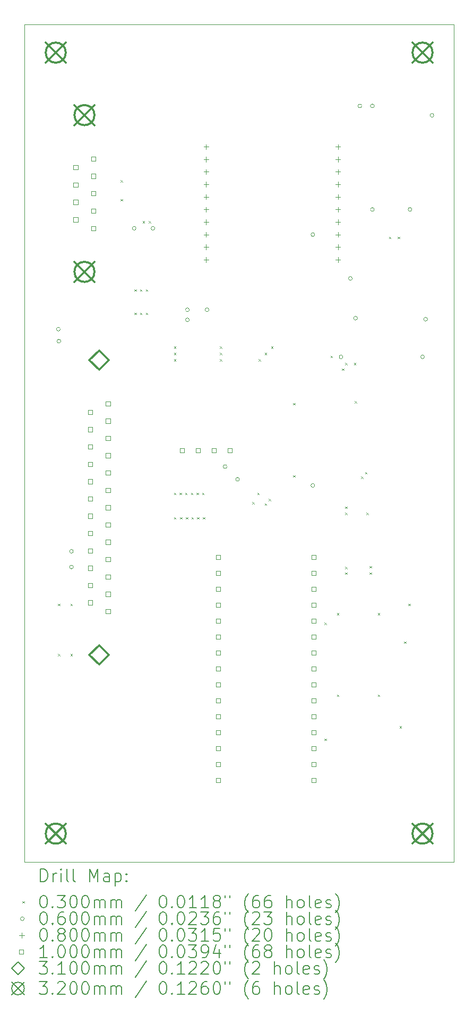
<source format=gbr>
%TF.GenerationSoftware,KiCad,Pcbnew,8.0.0*%
%TF.CreationDate,2024-02-27T23:40:29-08:00*%
%TF.ProjectId,honda radio,686f6e64-6120-4726-9164-696f2e6b6963,rev?*%
%TF.SameCoordinates,Original*%
%TF.FileFunction,Drillmap*%
%TF.FilePolarity,Positive*%
%FSLAX45Y45*%
G04 Gerber Fmt 4.5, Leading zero omitted, Abs format (unit mm)*
G04 Created by KiCad (PCBNEW 8.0.0) date 2024-02-27 23:40:29*
%MOMM*%
%LPD*%
G01*
G04 APERTURE LIST*
%ADD10C,0.050000*%
%ADD11C,0.200000*%
%ADD12C,0.100000*%
%ADD13C,0.310000*%
%ADD14C,0.320000*%
G04 APERTURE END LIST*
D10*
X8050000Y-4350000D02*
X14900000Y-4350000D01*
X14900000Y-17700000D01*
X8050000Y-17700000D01*
X8050000Y-4350000D01*
D11*
D12*
X8585000Y-13585000D02*
X8615000Y-13615000D01*
X8615000Y-13585000D02*
X8585000Y-13615000D01*
X8585000Y-14385000D02*
X8615000Y-14415000D01*
X8615000Y-14385000D02*
X8585000Y-14415000D01*
X8785000Y-13585000D02*
X8815000Y-13615000D01*
X8815000Y-13585000D02*
X8785000Y-13615000D01*
X8785000Y-14385000D02*
X8815000Y-14415000D01*
X8815000Y-14385000D02*
X8785000Y-14415000D01*
X9585000Y-6835000D02*
X9615000Y-6865000D01*
X9615000Y-6835000D02*
X9585000Y-6865000D01*
X9585000Y-7135000D02*
X9615000Y-7165000D01*
X9615000Y-7135000D02*
X9585000Y-7165000D01*
X9804999Y-8575000D02*
X9834999Y-8605000D01*
X9834999Y-8575000D02*
X9804999Y-8605000D01*
X9804999Y-8945000D02*
X9834999Y-8975000D01*
X9834999Y-8945000D02*
X9804999Y-8975000D01*
X9895000Y-8575000D02*
X9925000Y-8605000D01*
X9925000Y-8575000D02*
X9895000Y-8605000D01*
X9895000Y-8945000D02*
X9925000Y-8975000D01*
X9925000Y-8945000D02*
X9895000Y-8975000D01*
X9935000Y-7485000D02*
X9965000Y-7515000D01*
X9965000Y-7485000D02*
X9935000Y-7515000D01*
X9985000Y-8575000D02*
X10015000Y-8605000D01*
X10015000Y-8575000D02*
X9985000Y-8605000D01*
X9985000Y-8945000D02*
X10015000Y-8975000D01*
X10015000Y-8945000D02*
X9985000Y-8975000D01*
X10035000Y-7485000D02*
X10065000Y-7515000D01*
X10065000Y-7485000D02*
X10035000Y-7515000D01*
X10435000Y-9485000D02*
X10465000Y-9515000D01*
X10465000Y-9485000D02*
X10435000Y-9515000D01*
X10435000Y-9585000D02*
X10465000Y-9615000D01*
X10465000Y-9585000D02*
X10435000Y-9615000D01*
X10435000Y-9685000D02*
X10465000Y-9715000D01*
X10465000Y-9685000D02*
X10435000Y-9715000D01*
X10435000Y-11815000D02*
X10465000Y-11845000D01*
X10465000Y-11815000D02*
X10435000Y-11845000D01*
X10435000Y-12205000D02*
X10465000Y-12235000D01*
X10465000Y-12205000D02*
X10435000Y-12235000D01*
X10525000Y-11815000D02*
X10555000Y-11845000D01*
X10555000Y-11815000D02*
X10525000Y-11845000D01*
X10535000Y-12205000D02*
X10565000Y-12235000D01*
X10565000Y-12205000D02*
X10535000Y-12235000D01*
X10615001Y-11815000D02*
X10645001Y-11845000D01*
X10645001Y-11815000D02*
X10615001Y-11845000D01*
X10625000Y-12205000D02*
X10655000Y-12235000D01*
X10655000Y-12205000D02*
X10625000Y-12235000D01*
X10705001Y-11815000D02*
X10735001Y-11845000D01*
X10735001Y-11815000D02*
X10705001Y-11845000D01*
X10715001Y-12205000D02*
X10745001Y-12235000D01*
X10745001Y-12205000D02*
X10715001Y-12235000D01*
X10795001Y-11815000D02*
X10825001Y-11845000D01*
X10825001Y-11815000D02*
X10795001Y-11845000D01*
X10805001Y-12205000D02*
X10835001Y-12235000D01*
X10835001Y-12205000D02*
X10805001Y-12235000D01*
X10885000Y-11815000D02*
X10915000Y-11845000D01*
X10915000Y-11815000D02*
X10885000Y-11845000D01*
X10895001Y-12205000D02*
X10925001Y-12235000D01*
X10925001Y-12205000D02*
X10895001Y-12235000D01*
X11167000Y-9485000D02*
X11197000Y-9515000D01*
X11197000Y-9485000D02*
X11167000Y-9515000D01*
X11167000Y-9585000D02*
X11197000Y-9615000D01*
X11197000Y-9585000D02*
X11167000Y-9615000D01*
X11167000Y-9685000D02*
X11197000Y-9715000D01*
X11197000Y-9685000D02*
X11167000Y-9715000D01*
X11685000Y-11965000D02*
X11715000Y-11995000D01*
X11715000Y-11965000D02*
X11685000Y-11995000D01*
X11765000Y-11815000D02*
X11795000Y-11845000D01*
X11795000Y-11815000D02*
X11765000Y-11845000D01*
X11785000Y-9685000D02*
X11815000Y-9715000D01*
X11815000Y-9685000D02*
X11785000Y-9715000D01*
X11885000Y-9585000D02*
X11915000Y-9615000D01*
X11915000Y-9585000D02*
X11885000Y-9615000D01*
X11885000Y-11985000D02*
X11915000Y-12015000D01*
X11915000Y-11985000D02*
X11885000Y-12015000D01*
X11948224Y-11915045D02*
X11978224Y-11945045D01*
X11978224Y-11915045D02*
X11948224Y-11945045D01*
X11985000Y-9485000D02*
X12015000Y-9515000D01*
X12015000Y-9485000D02*
X11985000Y-9515000D01*
X12335000Y-10385000D02*
X12365000Y-10415000D01*
X12365000Y-10385000D02*
X12335000Y-10415000D01*
X12335000Y-11535000D02*
X12365000Y-11565000D01*
X12365000Y-11535000D02*
X12335000Y-11565000D01*
X12835000Y-13885000D02*
X12865000Y-13915000D01*
X12865000Y-13885000D02*
X12835000Y-13915000D01*
X12835000Y-15735000D02*
X12865000Y-15765000D01*
X12865000Y-15735000D02*
X12835000Y-15765000D01*
X12932218Y-9632218D02*
X12962218Y-9662218D01*
X12962218Y-9632218D02*
X12932218Y-9662218D01*
X13035000Y-13735000D02*
X13065000Y-13765000D01*
X13065000Y-13735000D02*
X13035000Y-13765000D01*
X13035000Y-15035000D02*
X13065000Y-15065000D01*
X13065000Y-15035000D02*
X13035000Y-15065000D01*
X13115000Y-9835000D02*
X13145000Y-9865000D01*
X13145000Y-9835000D02*
X13115000Y-9865000D01*
X13165000Y-9745000D02*
X13195000Y-9775000D01*
X13195000Y-9745000D02*
X13165000Y-9775000D01*
X13165000Y-12035000D02*
X13195000Y-12065000D01*
X13195000Y-12035000D02*
X13165000Y-12065000D01*
X13165000Y-12135000D02*
X13195000Y-12165000D01*
X13195000Y-12135000D02*
X13165000Y-12165000D01*
X13165000Y-12995000D02*
X13195000Y-13025000D01*
X13195000Y-12995000D02*
X13165000Y-13025000D01*
X13165000Y-13085000D02*
X13195000Y-13115000D01*
X13195000Y-13085000D02*
X13165000Y-13115000D01*
X13305000Y-9745000D02*
X13335000Y-9775000D01*
X13335000Y-9745000D02*
X13305000Y-9775000D01*
X13320502Y-10356503D02*
X13350502Y-10386503D01*
X13350502Y-10356503D02*
X13320502Y-10386503D01*
X13420502Y-11556502D02*
X13450502Y-11586502D01*
X13450502Y-11556502D02*
X13420502Y-11586502D01*
X13485000Y-11485000D02*
X13515000Y-11515000D01*
X13515000Y-11485000D02*
X13485000Y-11515000D01*
X13505000Y-12135000D02*
X13535000Y-12165000D01*
X13535000Y-12135000D02*
X13505000Y-12165000D01*
X13555000Y-12985000D02*
X13585000Y-13015000D01*
X13585000Y-12985000D02*
X13555000Y-13015000D01*
X13555000Y-13085000D02*
X13585000Y-13115000D01*
X13585000Y-13085000D02*
X13555000Y-13115000D01*
X13685000Y-13735000D02*
X13715000Y-13765000D01*
X13715000Y-13735000D02*
X13685000Y-13765000D01*
X13685000Y-15035000D02*
X13715000Y-15065000D01*
X13715000Y-15035000D02*
X13685000Y-15065000D01*
X13865000Y-7735000D02*
X13895000Y-7765000D01*
X13895000Y-7735000D02*
X13865000Y-7765000D01*
X14005000Y-7735000D02*
X14035000Y-7765000D01*
X14035000Y-7735000D02*
X14005000Y-7765000D01*
X14035000Y-15535000D02*
X14065000Y-15565000D01*
X14065000Y-15535000D02*
X14035000Y-15565000D01*
X14105000Y-14185000D02*
X14135000Y-14215000D01*
X14135000Y-14185000D02*
X14105000Y-14215000D01*
X14175000Y-13585000D02*
X14205000Y-13615000D01*
X14205000Y-13585000D02*
X14175000Y-13615000D01*
X8621906Y-9208094D02*
G75*
G02*
X8561906Y-9208094I-30000J0D01*
G01*
X8561906Y-9208094D02*
G75*
G02*
X8621906Y-9208094I30000J0D01*
G01*
X8630000Y-9400000D02*
G75*
G02*
X8570000Y-9400000I-30000J0D01*
G01*
X8570000Y-9400000D02*
G75*
G02*
X8630000Y-9400000I30000J0D01*
G01*
X8830000Y-12750000D02*
G75*
G02*
X8770000Y-12750000I-30000J0D01*
G01*
X8770000Y-12750000D02*
G75*
G02*
X8830000Y-12750000I30000J0D01*
G01*
X8830000Y-13000000D02*
G75*
G02*
X8770000Y-13000000I-30000J0D01*
G01*
X8770000Y-13000000D02*
G75*
G02*
X8830000Y-13000000I30000J0D01*
G01*
X9830000Y-7600000D02*
G75*
G02*
X9770000Y-7600000I-30000J0D01*
G01*
X9770000Y-7600000D02*
G75*
G02*
X9830000Y-7600000I30000J0D01*
G01*
X10130000Y-7600000D02*
G75*
G02*
X10070000Y-7600000I-30000J0D01*
G01*
X10070000Y-7600000D02*
G75*
G02*
X10130000Y-7600000I30000J0D01*
G01*
X10680000Y-8900000D02*
G75*
G02*
X10620000Y-8900000I-30000J0D01*
G01*
X10620000Y-8900000D02*
G75*
G02*
X10680000Y-8900000I30000J0D01*
G01*
X10680000Y-9060000D02*
G75*
G02*
X10620000Y-9060000I-30000J0D01*
G01*
X10620000Y-9060000D02*
G75*
G02*
X10680000Y-9060000I30000J0D01*
G01*
X10993000Y-8900000D02*
G75*
G02*
X10933000Y-8900000I-30000J0D01*
G01*
X10933000Y-8900000D02*
G75*
G02*
X10993000Y-8900000I30000J0D01*
G01*
X11280000Y-11400000D02*
G75*
G02*
X11220000Y-11400000I-30000J0D01*
G01*
X11220000Y-11400000D02*
G75*
G02*
X11280000Y-11400000I30000J0D01*
G01*
X11480000Y-11600000D02*
G75*
G02*
X11420000Y-11600000I-30000J0D01*
G01*
X11420000Y-11600000D02*
G75*
G02*
X11480000Y-11600000I30000J0D01*
G01*
X12680000Y-7700000D02*
G75*
G02*
X12620000Y-7700000I-30000J0D01*
G01*
X12620000Y-7700000D02*
G75*
G02*
X12680000Y-7700000I30000J0D01*
G01*
X12680000Y-11700000D02*
G75*
G02*
X12620000Y-11700000I-30000J0D01*
G01*
X12620000Y-11700000D02*
G75*
G02*
X12680000Y-11700000I30000J0D01*
G01*
X13130000Y-9650000D02*
G75*
G02*
X13070000Y-9650000I-30000J0D01*
G01*
X13070000Y-9650000D02*
G75*
G02*
X13130000Y-9650000I30000J0D01*
G01*
X13280000Y-8400000D02*
G75*
G02*
X13220000Y-8400000I-30000J0D01*
G01*
X13220000Y-8400000D02*
G75*
G02*
X13280000Y-8400000I30000J0D01*
G01*
X13362541Y-9032541D02*
G75*
G02*
X13302541Y-9032541I-30000J0D01*
G01*
X13302541Y-9032541D02*
G75*
G02*
X13362541Y-9032541I30000J0D01*
G01*
X13430000Y-5650000D02*
G75*
G02*
X13370000Y-5650000I-30000J0D01*
G01*
X13370000Y-5650000D02*
G75*
G02*
X13430000Y-5650000I30000J0D01*
G01*
X13630000Y-5650000D02*
G75*
G02*
X13570000Y-5650000I-30000J0D01*
G01*
X13570000Y-5650000D02*
G75*
G02*
X13630000Y-5650000I30000J0D01*
G01*
X13630000Y-7300000D02*
G75*
G02*
X13570000Y-7300000I-30000J0D01*
G01*
X13570000Y-7300000D02*
G75*
G02*
X13630000Y-7300000I30000J0D01*
G01*
X14230000Y-7300000D02*
G75*
G02*
X14170000Y-7300000I-30000J0D01*
G01*
X14170000Y-7300000D02*
G75*
G02*
X14230000Y-7300000I30000J0D01*
G01*
X14430000Y-9650000D02*
G75*
G02*
X14370000Y-9650000I-30000J0D01*
G01*
X14370000Y-9650000D02*
G75*
G02*
X14430000Y-9650000I30000J0D01*
G01*
X14480000Y-9050000D02*
G75*
G02*
X14420000Y-9050000I-30000J0D01*
G01*
X14420000Y-9050000D02*
G75*
G02*
X14480000Y-9050000I30000J0D01*
G01*
X14580000Y-5800000D02*
G75*
G02*
X14520000Y-5800000I-30000J0D01*
G01*
X14520000Y-5800000D02*
G75*
G02*
X14580000Y-5800000I30000J0D01*
G01*
X10950000Y-6260000D02*
X10950000Y-6340000D01*
X10910000Y-6300000D02*
X10990000Y-6300000D01*
X10950000Y-6460000D02*
X10950000Y-6540000D01*
X10910000Y-6500000D02*
X10990000Y-6500000D01*
X10950000Y-6660000D02*
X10950000Y-6740000D01*
X10910000Y-6700000D02*
X10990000Y-6700000D01*
X10950000Y-6860000D02*
X10950000Y-6940000D01*
X10910000Y-6900000D02*
X10990000Y-6900000D01*
X10950000Y-7060000D02*
X10950000Y-7140000D01*
X10910000Y-7100000D02*
X10990000Y-7100000D01*
X10950000Y-7260000D02*
X10950000Y-7340000D01*
X10910000Y-7300000D02*
X10990000Y-7300000D01*
X10950000Y-7460000D02*
X10950000Y-7540000D01*
X10910000Y-7500000D02*
X10990000Y-7500000D01*
X10950000Y-7660000D02*
X10950000Y-7740000D01*
X10910000Y-7700000D02*
X10990000Y-7700000D01*
X10950000Y-7860000D02*
X10950000Y-7940000D01*
X10910000Y-7900000D02*
X10990000Y-7900000D01*
X10950000Y-8060000D02*
X10950000Y-8140000D01*
X10910000Y-8100000D02*
X10990000Y-8100000D01*
X13050000Y-6260000D02*
X13050000Y-6340000D01*
X13010000Y-6300000D02*
X13090000Y-6300000D01*
X13050000Y-6460000D02*
X13050000Y-6540000D01*
X13010000Y-6500000D02*
X13090000Y-6500000D01*
X13050000Y-6660000D02*
X13050000Y-6740000D01*
X13010000Y-6700000D02*
X13090000Y-6700000D01*
X13050000Y-6860000D02*
X13050000Y-6940000D01*
X13010000Y-6900000D02*
X13090000Y-6900000D01*
X13050000Y-7060000D02*
X13050000Y-7140000D01*
X13010000Y-7100000D02*
X13090000Y-7100000D01*
X13050000Y-7260000D02*
X13050000Y-7340000D01*
X13010000Y-7300000D02*
X13090000Y-7300000D01*
X13050000Y-7460000D02*
X13050000Y-7540000D01*
X13010000Y-7500000D02*
X13090000Y-7500000D01*
X13050000Y-7660000D02*
X13050000Y-7740000D01*
X13010000Y-7700000D02*
X13090000Y-7700000D01*
X13050000Y-7860000D02*
X13050000Y-7940000D01*
X13010000Y-7900000D02*
X13090000Y-7900000D01*
X13050000Y-8060000D02*
X13050000Y-8140000D01*
X13010000Y-8100000D02*
X13090000Y-8100000D01*
X8901356Y-6664956D02*
X8901356Y-6594244D01*
X8830644Y-6594244D01*
X8830644Y-6664956D01*
X8901356Y-6664956D01*
X8901356Y-6942256D02*
X8901356Y-6871544D01*
X8830644Y-6871544D01*
X8830644Y-6942256D01*
X8901356Y-6942256D01*
X8901356Y-7219456D02*
X8901356Y-7148744D01*
X8830644Y-7148744D01*
X8830644Y-7219456D01*
X8901356Y-7219456D01*
X8901356Y-7496756D02*
X8901356Y-7426044D01*
X8830644Y-7426044D01*
X8830644Y-7496756D01*
X8901356Y-7496756D01*
X9135356Y-10567356D02*
X9135356Y-10496644D01*
X9064644Y-10496644D01*
X9064644Y-10567356D01*
X9135356Y-10567356D01*
X9135356Y-10843356D02*
X9135356Y-10772644D01*
X9064644Y-10772644D01*
X9064644Y-10843356D01*
X9135356Y-10843356D01*
X9135356Y-11119356D02*
X9135356Y-11048644D01*
X9064644Y-11048644D01*
X9064644Y-11119356D01*
X9135356Y-11119356D01*
X9135356Y-11395356D02*
X9135356Y-11324644D01*
X9064644Y-11324644D01*
X9064644Y-11395356D01*
X9135356Y-11395356D01*
X9135356Y-11671356D02*
X9135356Y-11600644D01*
X9064644Y-11600644D01*
X9064644Y-11671356D01*
X9135356Y-11671356D01*
X9135356Y-11947356D02*
X9135356Y-11876644D01*
X9064644Y-11876644D01*
X9064644Y-11947356D01*
X9135356Y-11947356D01*
X9135356Y-12223356D02*
X9135356Y-12152644D01*
X9064644Y-12152644D01*
X9064644Y-12223356D01*
X9135356Y-12223356D01*
X9135356Y-12499356D02*
X9135356Y-12428644D01*
X9064644Y-12428644D01*
X9064644Y-12499356D01*
X9135356Y-12499356D01*
X9135356Y-12775356D02*
X9135356Y-12704644D01*
X9064644Y-12704644D01*
X9064644Y-12775356D01*
X9135356Y-12775356D01*
X9135356Y-13051356D02*
X9135356Y-12980644D01*
X9064644Y-12980644D01*
X9064644Y-13051356D01*
X9135356Y-13051356D01*
X9135356Y-13327356D02*
X9135356Y-13256644D01*
X9064644Y-13256644D01*
X9064644Y-13327356D01*
X9135356Y-13327356D01*
X9135356Y-13603356D02*
X9135356Y-13532644D01*
X9064644Y-13532644D01*
X9064644Y-13603356D01*
X9135356Y-13603356D01*
X9185356Y-6526356D02*
X9185356Y-6455644D01*
X9114644Y-6455644D01*
X9114644Y-6526356D01*
X9185356Y-6526356D01*
X9185356Y-6803656D02*
X9185356Y-6732944D01*
X9114644Y-6732944D01*
X9114644Y-6803656D01*
X9185356Y-6803656D01*
X9185356Y-7080856D02*
X9185356Y-7010144D01*
X9114644Y-7010144D01*
X9114644Y-7080856D01*
X9185356Y-7080856D01*
X9185356Y-7358156D02*
X9185356Y-7287444D01*
X9114644Y-7287444D01*
X9114644Y-7358156D01*
X9185356Y-7358156D01*
X9185356Y-7635356D02*
X9185356Y-7564644D01*
X9114644Y-7564644D01*
X9114644Y-7635356D01*
X9185356Y-7635356D01*
X9419356Y-10429356D02*
X9419356Y-10358644D01*
X9348644Y-10358644D01*
X9348644Y-10429356D01*
X9419356Y-10429356D01*
X9419356Y-10705356D02*
X9419356Y-10634644D01*
X9348644Y-10634644D01*
X9348644Y-10705356D01*
X9419356Y-10705356D01*
X9419356Y-10981356D02*
X9419356Y-10910644D01*
X9348644Y-10910644D01*
X9348644Y-10981356D01*
X9419356Y-10981356D01*
X9419356Y-11257356D02*
X9419356Y-11186644D01*
X9348644Y-11186644D01*
X9348644Y-11257356D01*
X9419356Y-11257356D01*
X9419356Y-11533356D02*
X9419356Y-11462644D01*
X9348644Y-11462644D01*
X9348644Y-11533356D01*
X9419356Y-11533356D01*
X9419356Y-11809356D02*
X9419356Y-11738644D01*
X9348644Y-11738644D01*
X9348644Y-11809356D01*
X9419356Y-11809356D01*
X9419356Y-12085356D02*
X9419356Y-12014644D01*
X9348644Y-12014644D01*
X9348644Y-12085356D01*
X9419356Y-12085356D01*
X9419356Y-12361356D02*
X9419356Y-12290644D01*
X9348644Y-12290644D01*
X9348644Y-12361356D01*
X9419356Y-12361356D01*
X9419356Y-12637356D02*
X9419356Y-12566644D01*
X9348644Y-12566644D01*
X9348644Y-12637356D01*
X9419356Y-12637356D01*
X9419356Y-12913356D02*
X9419356Y-12842644D01*
X9348644Y-12842644D01*
X9348644Y-12913356D01*
X9419356Y-12913356D01*
X9419356Y-13189356D02*
X9419356Y-13118644D01*
X9348644Y-13118644D01*
X9348644Y-13189356D01*
X9419356Y-13189356D01*
X9419356Y-13465356D02*
X9419356Y-13394644D01*
X9348644Y-13394644D01*
X9348644Y-13465356D01*
X9419356Y-13465356D01*
X9419356Y-13741356D02*
X9419356Y-13670644D01*
X9348644Y-13670644D01*
X9348644Y-13741356D01*
X9419356Y-13741356D01*
X10599356Y-11177356D02*
X10599356Y-11106644D01*
X10528644Y-11106644D01*
X10528644Y-11177356D01*
X10599356Y-11177356D01*
X10853356Y-11177356D02*
X10853356Y-11106644D01*
X10782644Y-11106644D01*
X10782644Y-11177356D01*
X10853356Y-11177356D01*
X11107356Y-11177356D02*
X11107356Y-11106644D01*
X11036644Y-11106644D01*
X11036644Y-11177356D01*
X11107356Y-11177356D01*
X11174356Y-12880356D02*
X11174356Y-12809644D01*
X11103644Y-12809644D01*
X11103644Y-12880356D01*
X11174356Y-12880356D01*
X11174356Y-13134356D02*
X11174356Y-13063644D01*
X11103644Y-13063644D01*
X11103644Y-13134356D01*
X11174356Y-13134356D01*
X11174356Y-13388356D02*
X11174356Y-13317644D01*
X11103644Y-13317644D01*
X11103644Y-13388356D01*
X11174356Y-13388356D01*
X11174356Y-13642356D02*
X11174356Y-13571644D01*
X11103644Y-13571644D01*
X11103644Y-13642356D01*
X11174356Y-13642356D01*
X11174356Y-13896356D02*
X11174356Y-13825644D01*
X11103644Y-13825644D01*
X11103644Y-13896356D01*
X11174356Y-13896356D01*
X11174356Y-14150356D02*
X11174356Y-14079644D01*
X11103644Y-14079644D01*
X11103644Y-14150356D01*
X11174356Y-14150356D01*
X11174356Y-14404356D02*
X11174356Y-14333644D01*
X11103644Y-14333644D01*
X11103644Y-14404356D01*
X11174356Y-14404356D01*
X11174356Y-14658356D02*
X11174356Y-14587644D01*
X11103644Y-14587644D01*
X11103644Y-14658356D01*
X11174356Y-14658356D01*
X11174356Y-14912356D02*
X11174356Y-14841644D01*
X11103644Y-14841644D01*
X11103644Y-14912356D01*
X11174356Y-14912356D01*
X11174356Y-15166356D02*
X11174356Y-15095644D01*
X11103644Y-15095644D01*
X11103644Y-15166356D01*
X11174356Y-15166356D01*
X11174356Y-15420356D02*
X11174356Y-15349644D01*
X11103644Y-15349644D01*
X11103644Y-15420356D01*
X11174356Y-15420356D01*
X11174356Y-15674356D02*
X11174356Y-15603644D01*
X11103644Y-15603644D01*
X11103644Y-15674356D01*
X11174356Y-15674356D01*
X11174356Y-15928356D02*
X11174356Y-15857644D01*
X11103644Y-15857644D01*
X11103644Y-15928356D01*
X11174356Y-15928356D01*
X11174356Y-16182356D02*
X11174356Y-16111644D01*
X11103644Y-16111644D01*
X11103644Y-16182356D01*
X11174356Y-16182356D01*
X11174356Y-16436356D02*
X11174356Y-16365644D01*
X11103644Y-16365644D01*
X11103644Y-16436356D01*
X11174356Y-16436356D01*
X11361356Y-11177356D02*
X11361356Y-11106644D01*
X11290644Y-11106644D01*
X11290644Y-11177356D01*
X11361356Y-11177356D01*
X12698356Y-12880356D02*
X12698356Y-12809644D01*
X12627644Y-12809644D01*
X12627644Y-12880356D01*
X12698356Y-12880356D01*
X12698356Y-13134356D02*
X12698356Y-13063644D01*
X12627644Y-13063644D01*
X12627644Y-13134356D01*
X12698356Y-13134356D01*
X12698356Y-13388356D02*
X12698356Y-13317644D01*
X12627644Y-13317644D01*
X12627644Y-13388356D01*
X12698356Y-13388356D01*
X12698356Y-13642356D02*
X12698356Y-13571644D01*
X12627644Y-13571644D01*
X12627644Y-13642356D01*
X12698356Y-13642356D01*
X12698356Y-13896356D02*
X12698356Y-13825644D01*
X12627644Y-13825644D01*
X12627644Y-13896356D01*
X12698356Y-13896356D01*
X12698356Y-14150356D02*
X12698356Y-14079644D01*
X12627644Y-14079644D01*
X12627644Y-14150356D01*
X12698356Y-14150356D01*
X12698356Y-14404356D02*
X12698356Y-14333644D01*
X12627644Y-14333644D01*
X12627644Y-14404356D01*
X12698356Y-14404356D01*
X12698356Y-14658356D02*
X12698356Y-14587644D01*
X12627644Y-14587644D01*
X12627644Y-14658356D01*
X12698356Y-14658356D01*
X12698356Y-14912356D02*
X12698356Y-14841644D01*
X12627644Y-14841644D01*
X12627644Y-14912356D01*
X12698356Y-14912356D01*
X12698356Y-15166356D02*
X12698356Y-15095644D01*
X12627644Y-15095644D01*
X12627644Y-15166356D01*
X12698356Y-15166356D01*
X12698356Y-15420356D02*
X12698356Y-15349644D01*
X12627644Y-15349644D01*
X12627644Y-15420356D01*
X12698356Y-15420356D01*
X12698356Y-15674356D02*
X12698356Y-15603644D01*
X12627644Y-15603644D01*
X12627644Y-15674356D01*
X12698356Y-15674356D01*
X12698356Y-15928356D02*
X12698356Y-15857644D01*
X12627644Y-15857644D01*
X12627644Y-15928356D01*
X12698356Y-15928356D01*
X12698356Y-16182356D02*
X12698356Y-16111644D01*
X12627644Y-16111644D01*
X12627644Y-16182356D01*
X12698356Y-16182356D01*
X12698356Y-16436356D02*
X12698356Y-16365644D01*
X12627644Y-16365644D01*
X12627644Y-16436356D01*
X12698356Y-16436356D01*
D13*
X9242000Y-9855000D02*
X9397000Y-9700000D01*
X9242000Y-9545000D01*
X9087000Y-9700000D01*
X9242000Y-9855000D01*
X9242000Y-14555000D02*
X9397000Y-14400000D01*
X9242000Y-14245000D01*
X9087000Y-14400000D01*
X9242000Y-14555000D01*
D14*
X8390000Y-4640000D02*
X8710000Y-4960000D01*
X8710000Y-4640000D02*
X8390000Y-4960000D01*
X8710000Y-4800000D02*
G75*
G02*
X8390000Y-4800000I-160000J0D01*
G01*
X8390000Y-4800000D02*
G75*
G02*
X8710000Y-4800000I160000J0D01*
G01*
X8390000Y-17090000D02*
X8710000Y-17410000D01*
X8710000Y-17090000D02*
X8390000Y-17410000D01*
X8710000Y-17250000D02*
G75*
G02*
X8390000Y-17250000I-160000J0D01*
G01*
X8390000Y-17250000D02*
G75*
G02*
X8710000Y-17250000I160000J0D01*
G01*
X8848000Y-5636000D02*
X9168000Y-5956000D01*
X9168000Y-5636000D02*
X8848000Y-5956000D01*
X9168000Y-5796000D02*
G75*
G02*
X8848000Y-5796000I-160000J0D01*
G01*
X8848000Y-5796000D02*
G75*
G02*
X9168000Y-5796000I160000J0D01*
G01*
X8848000Y-8135000D02*
X9168000Y-8455000D01*
X9168000Y-8135000D02*
X8848000Y-8455000D01*
X9168000Y-8295000D02*
G75*
G02*
X8848000Y-8295000I-160000J0D01*
G01*
X8848000Y-8295000D02*
G75*
G02*
X9168000Y-8295000I160000J0D01*
G01*
X14240000Y-4640000D02*
X14560000Y-4960000D01*
X14560000Y-4640000D02*
X14240000Y-4960000D01*
X14560000Y-4800000D02*
G75*
G02*
X14240000Y-4800000I-160000J0D01*
G01*
X14240000Y-4800000D02*
G75*
G02*
X14560000Y-4800000I160000J0D01*
G01*
X14240000Y-17090000D02*
X14560000Y-17410000D01*
X14560000Y-17090000D02*
X14240000Y-17410000D01*
X14560000Y-17250000D02*
G75*
G02*
X14240000Y-17250000I-160000J0D01*
G01*
X14240000Y-17250000D02*
G75*
G02*
X14560000Y-17250000I160000J0D01*
G01*
D11*
X8308277Y-18013984D02*
X8308277Y-17813984D01*
X8308277Y-17813984D02*
X8355896Y-17813984D01*
X8355896Y-17813984D02*
X8384467Y-17823508D01*
X8384467Y-17823508D02*
X8403515Y-17842555D01*
X8403515Y-17842555D02*
X8413039Y-17861603D01*
X8413039Y-17861603D02*
X8422563Y-17899698D01*
X8422563Y-17899698D02*
X8422563Y-17928270D01*
X8422563Y-17928270D02*
X8413039Y-17966365D01*
X8413039Y-17966365D02*
X8403515Y-17985412D01*
X8403515Y-17985412D02*
X8384467Y-18004460D01*
X8384467Y-18004460D02*
X8355896Y-18013984D01*
X8355896Y-18013984D02*
X8308277Y-18013984D01*
X8508277Y-18013984D02*
X8508277Y-17880650D01*
X8508277Y-17918746D02*
X8517801Y-17899698D01*
X8517801Y-17899698D02*
X8527324Y-17890174D01*
X8527324Y-17890174D02*
X8546372Y-17880650D01*
X8546372Y-17880650D02*
X8565420Y-17880650D01*
X8632086Y-18013984D02*
X8632086Y-17880650D01*
X8632086Y-17813984D02*
X8622563Y-17823508D01*
X8622563Y-17823508D02*
X8632086Y-17833031D01*
X8632086Y-17833031D02*
X8641610Y-17823508D01*
X8641610Y-17823508D02*
X8632086Y-17813984D01*
X8632086Y-17813984D02*
X8632086Y-17833031D01*
X8755896Y-18013984D02*
X8736848Y-18004460D01*
X8736848Y-18004460D02*
X8727324Y-17985412D01*
X8727324Y-17985412D02*
X8727324Y-17813984D01*
X8860658Y-18013984D02*
X8841610Y-18004460D01*
X8841610Y-18004460D02*
X8832086Y-17985412D01*
X8832086Y-17985412D02*
X8832086Y-17813984D01*
X9089229Y-18013984D02*
X9089229Y-17813984D01*
X9089229Y-17813984D02*
X9155896Y-17956841D01*
X9155896Y-17956841D02*
X9222563Y-17813984D01*
X9222563Y-17813984D02*
X9222563Y-18013984D01*
X9403515Y-18013984D02*
X9403515Y-17909222D01*
X9403515Y-17909222D02*
X9393991Y-17890174D01*
X9393991Y-17890174D02*
X9374944Y-17880650D01*
X9374944Y-17880650D02*
X9336848Y-17880650D01*
X9336848Y-17880650D02*
X9317801Y-17890174D01*
X9403515Y-18004460D02*
X9384467Y-18013984D01*
X9384467Y-18013984D02*
X9336848Y-18013984D01*
X9336848Y-18013984D02*
X9317801Y-18004460D01*
X9317801Y-18004460D02*
X9308277Y-17985412D01*
X9308277Y-17985412D02*
X9308277Y-17966365D01*
X9308277Y-17966365D02*
X9317801Y-17947317D01*
X9317801Y-17947317D02*
X9336848Y-17937793D01*
X9336848Y-17937793D02*
X9384467Y-17937793D01*
X9384467Y-17937793D02*
X9403515Y-17928270D01*
X9498753Y-17880650D02*
X9498753Y-18080650D01*
X9498753Y-17890174D02*
X9517801Y-17880650D01*
X9517801Y-17880650D02*
X9555896Y-17880650D01*
X9555896Y-17880650D02*
X9574944Y-17890174D01*
X9574944Y-17890174D02*
X9584467Y-17899698D01*
X9584467Y-17899698D02*
X9593991Y-17918746D01*
X9593991Y-17918746D02*
X9593991Y-17975889D01*
X9593991Y-17975889D02*
X9584467Y-17994936D01*
X9584467Y-17994936D02*
X9574944Y-18004460D01*
X9574944Y-18004460D02*
X9555896Y-18013984D01*
X9555896Y-18013984D02*
X9517801Y-18013984D01*
X9517801Y-18013984D02*
X9498753Y-18004460D01*
X9679705Y-17994936D02*
X9689229Y-18004460D01*
X9689229Y-18004460D02*
X9679705Y-18013984D01*
X9679705Y-18013984D02*
X9670182Y-18004460D01*
X9670182Y-18004460D02*
X9679705Y-17994936D01*
X9679705Y-17994936D02*
X9679705Y-18013984D01*
X9679705Y-17890174D02*
X9689229Y-17899698D01*
X9689229Y-17899698D02*
X9679705Y-17909222D01*
X9679705Y-17909222D02*
X9670182Y-17899698D01*
X9670182Y-17899698D02*
X9679705Y-17890174D01*
X9679705Y-17890174D02*
X9679705Y-17909222D01*
D12*
X8017500Y-18327500D02*
X8047500Y-18357500D01*
X8047500Y-18327500D02*
X8017500Y-18357500D01*
D11*
X8346372Y-18233984D02*
X8365420Y-18233984D01*
X8365420Y-18233984D02*
X8384467Y-18243508D01*
X8384467Y-18243508D02*
X8393991Y-18253031D01*
X8393991Y-18253031D02*
X8403515Y-18272079D01*
X8403515Y-18272079D02*
X8413039Y-18310174D01*
X8413039Y-18310174D02*
X8413039Y-18357793D01*
X8413039Y-18357793D02*
X8403515Y-18395889D01*
X8403515Y-18395889D02*
X8393991Y-18414936D01*
X8393991Y-18414936D02*
X8384467Y-18424460D01*
X8384467Y-18424460D02*
X8365420Y-18433984D01*
X8365420Y-18433984D02*
X8346372Y-18433984D01*
X8346372Y-18433984D02*
X8327324Y-18424460D01*
X8327324Y-18424460D02*
X8317801Y-18414936D01*
X8317801Y-18414936D02*
X8308277Y-18395889D01*
X8308277Y-18395889D02*
X8298753Y-18357793D01*
X8298753Y-18357793D02*
X8298753Y-18310174D01*
X8298753Y-18310174D02*
X8308277Y-18272079D01*
X8308277Y-18272079D02*
X8317801Y-18253031D01*
X8317801Y-18253031D02*
X8327324Y-18243508D01*
X8327324Y-18243508D02*
X8346372Y-18233984D01*
X8498753Y-18414936D02*
X8508277Y-18424460D01*
X8508277Y-18424460D02*
X8498753Y-18433984D01*
X8498753Y-18433984D02*
X8489229Y-18424460D01*
X8489229Y-18424460D02*
X8498753Y-18414936D01*
X8498753Y-18414936D02*
X8498753Y-18433984D01*
X8574944Y-18233984D02*
X8698753Y-18233984D01*
X8698753Y-18233984D02*
X8632086Y-18310174D01*
X8632086Y-18310174D02*
X8660658Y-18310174D01*
X8660658Y-18310174D02*
X8679705Y-18319698D01*
X8679705Y-18319698D02*
X8689229Y-18329222D01*
X8689229Y-18329222D02*
X8698753Y-18348270D01*
X8698753Y-18348270D02*
X8698753Y-18395889D01*
X8698753Y-18395889D02*
X8689229Y-18414936D01*
X8689229Y-18414936D02*
X8679705Y-18424460D01*
X8679705Y-18424460D02*
X8660658Y-18433984D01*
X8660658Y-18433984D02*
X8603515Y-18433984D01*
X8603515Y-18433984D02*
X8584467Y-18424460D01*
X8584467Y-18424460D02*
X8574944Y-18414936D01*
X8822563Y-18233984D02*
X8841610Y-18233984D01*
X8841610Y-18233984D02*
X8860658Y-18243508D01*
X8860658Y-18243508D02*
X8870182Y-18253031D01*
X8870182Y-18253031D02*
X8879705Y-18272079D01*
X8879705Y-18272079D02*
X8889229Y-18310174D01*
X8889229Y-18310174D02*
X8889229Y-18357793D01*
X8889229Y-18357793D02*
X8879705Y-18395889D01*
X8879705Y-18395889D02*
X8870182Y-18414936D01*
X8870182Y-18414936D02*
X8860658Y-18424460D01*
X8860658Y-18424460D02*
X8841610Y-18433984D01*
X8841610Y-18433984D02*
X8822563Y-18433984D01*
X8822563Y-18433984D02*
X8803515Y-18424460D01*
X8803515Y-18424460D02*
X8793991Y-18414936D01*
X8793991Y-18414936D02*
X8784467Y-18395889D01*
X8784467Y-18395889D02*
X8774944Y-18357793D01*
X8774944Y-18357793D02*
X8774944Y-18310174D01*
X8774944Y-18310174D02*
X8784467Y-18272079D01*
X8784467Y-18272079D02*
X8793991Y-18253031D01*
X8793991Y-18253031D02*
X8803515Y-18243508D01*
X8803515Y-18243508D02*
X8822563Y-18233984D01*
X9013039Y-18233984D02*
X9032086Y-18233984D01*
X9032086Y-18233984D02*
X9051134Y-18243508D01*
X9051134Y-18243508D02*
X9060658Y-18253031D01*
X9060658Y-18253031D02*
X9070182Y-18272079D01*
X9070182Y-18272079D02*
X9079705Y-18310174D01*
X9079705Y-18310174D02*
X9079705Y-18357793D01*
X9079705Y-18357793D02*
X9070182Y-18395889D01*
X9070182Y-18395889D02*
X9060658Y-18414936D01*
X9060658Y-18414936D02*
X9051134Y-18424460D01*
X9051134Y-18424460D02*
X9032086Y-18433984D01*
X9032086Y-18433984D02*
X9013039Y-18433984D01*
X9013039Y-18433984D02*
X8993991Y-18424460D01*
X8993991Y-18424460D02*
X8984467Y-18414936D01*
X8984467Y-18414936D02*
X8974944Y-18395889D01*
X8974944Y-18395889D02*
X8965420Y-18357793D01*
X8965420Y-18357793D02*
X8965420Y-18310174D01*
X8965420Y-18310174D02*
X8974944Y-18272079D01*
X8974944Y-18272079D02*
X8984467Y-18253031D01*
X8984467Y-18253031D02*
X8993991Y-18243508D01*
X8993991Y-18243508D02*
X9013039Y-18233984D01*
X9165420Y-18433984D02*
X9165420Y-18300650D01*
X9165420Y-18319698D02*
X9174944Y-18310174D01*
X9174944Y-18310174D02*
X9193991Y-18300650D01*
X9193991Y-18300650D02*
X9222563Y-18300650D01*
X9222563Y-18300650D02*
X9241610Y-18310174D01*
X9241610Y-18310174D02*
X9251134Y-18329222D01*
X9251134Y-18329222D02*
X9251134Y-18433984D01*
X9251134Y-18329222D02*
X9260658Y-18310174D01*
X9260658Y-18310174D02*
X9279705Y-18300650D01*
X9279705Y-18300650D02*
X9308277Y-18300650D01*
X9308277Y-18300650D02*
X9327325Y-18310174D01*
X9327325Y-18310174D02*
X9336848Y-18329222D01*
X9336848Y-18329222D02*
X9336848Y-18433984D01*
X9432086Y-18433984D02*
X9432086Y-18300650D01*
X9432086Y-18319698D02*
X9441610Y-18310174D01*
X9441610Y-18310174D02*
X9460658Y-18300650D01*
X9460658Y-18300650D02*
X9489229Y-18300650D01*
X9489229Y-18300650D02*
X9508277Y-18310174D01*
X9508277Y-18310174D02*
X9517801Y-18329222D01*
X9517801Y-18329222D02*
X9517801Y-18433984D01*
X9517801Y-18329222D02*
X9527325Y-18310174D01*
X9527325Y-18310174D02*
X9546372Y-18300650D01*
X9546372Y-18300650D02*
X9574944Y-18300650D01*
X9574944Y-18300650D02*
X9593991Y-18310174D01*
X9593991Y-18310174D02*
X9603515Y-18329222D01*
X9603515Y-18329222D02*
X9603515Y-18433984D01*
X9993991Y-18224460D02*
X9822563Y-18481603D01*
X10251134Y-18233984D02*
X10270182Y-18233984D01*
X10270182Y-18233984D02*
X10289229Y-18243508D01*
X10289229Y-18243508D02*
X10298753Y-18253031D01*
X10298753Y-18253031D02*
X10308277Y-18272079D01*
X10308277Y-18272079D02*
X10317801Y-18310174D01*
X10317801Y-18310174D02*
X10317801Y-18357793D01*
X10317801Y-18357793D02*
X10308277Y-18395889D01*
X10308277Y-18395889D02*
X10298753Y-18414936D01*
X10298753Y-18414936D02*
X10289229Y-18424460D01*
X10289229Y-18424460D02*
X10270182Y-18433984D01*
X10270182Y-18433984D02*
X10251134Y-18433984D01*
X10251134Y-18433984D02*
X10232087Y-18424460D01*
X10232087Y-18424460D02*
X10222563Y-18414936D01*
X10222563Y-18414936D02*
X10213039Y-18395889D01*
X10213039Y-18395889D02*
X10203515Y-18357793D01*
X10203515Y-18357793D02*
X10203515Y-18310174D01*
X10203515Y-18310174D02*
X10213039Y-18272079D01*
X10213039Y-18272079D02*
X10222563Y-18253031D01*
X10222563Y-18253031D02*
X10232087Y-18243508D01*
X10232087Y-18243508D02*
X10251134Y-18233984D01*
X10403515Y-18414936D02*
X10413039Y-18424460D01*
X10413039Y-18424460D02*
X10403515Y-18433984D01*
X10403515Y-18433984D02*
X10393991Y-18424460D01*
X10393991Y-18424460D02*
X10403515Y-18414936D01*
X10403515Y-18414936D02*
X10403515Y-18433984D01*
X10536848Y-18233984D02*
X10555896Y-18233984D01*
X10555896Y-18233984D02*
X10574944Y-18243508D01*
X10574944Y-18243508D02*
X10584468Y-18253031D01*
X10584468Y-18253031D02*
X10593991Y-18272079D01*
X10593991Y-18272079D02*
X10603515Y-18310174D01*
X10603515Y-18310174D02*
X10603515Y-18357793D01*
X10603515Y-18357793D02*
X10593991Y-18395889D01*
X10593991Y-18395889D02*
X10584468Y-18414936D01*
X10584468Y-18414936D02*
X10574944Y-18424460D01*
X10574944Y-18424460D02*
X10555896Y-18433984D01*
X10555896Y-18433984D02*
X10536848Y-18433984D01*
X10536848Y-18433984D02*
X10517801Y-18424460D01*
X10517801Y-18424460D02*
X10508277Y-18414936D01*
X10508277Y-18414936D02*
X10498753Y-18395889D01*
X10498753Y-18395889D02*
X10489229Y-18357793D01*
X10489229Y-18357793D02*
X10489229Y-18310174D01*
X10489229Y-18310174D02*
X10498753Y-18272079D01*
X10498753Y-18272079D02*
X10508277Y-18253031D01*
X10508277Y-18253031D02*
X10517801Y-18243508D01*
X10517801Y-18243508D02*
X10536848Y-18233984D01*
X10793991Y-18433984D02*
X10679706Y-18433984D01*
X10736848Y-18433984D02*
X10736848Y-18233984D01*
X10736848Y-18233984D02*
X10717801Y-18262555D01*
X10717801Y-18262555D02*
X10698753Y-18281603D01*
X10698753Y-18281603D02*
X10679706Y-18291127D01*
X10984468Y-18433984D02*
X10870182Y-18433984D01*
X10927325Y-18433984D02*
X10927325Y-18233984D01*
X10927325Y-18233984D02*
X10908277Y-18262555D01*
X10908277Y-18262555D02*
X10889229Y-18281603D01*
X10889229Y-18281603D02*
X10870182Y-18291127D01*
X11098753Y-18319698D02*
X11079706Y-18310174D01*
X11079706Y-18310174D02*
X11070182Y-18300650D01*
X11070182Y-18300650D02*
X11060658Y-18281603D01*
X11060658Y-18281603D02*
X11060658Y-18272079D01*
X11060658Y-18272079D02*
X11070182Y-18253031D01*
X11070182Y-18253031D02*
X11079706Y-18243508D01*
X11079706Y-18243508D02*
X11098753Y-18233984D01*
X11098753Y-18233984D02*
X11136849Y-18233984D01*
X11136849Y-18233984D02*
X11155896Y-18243508D01*
X11155896Y-18243508D02*
X11165420Y-18253031D01*
X11165420Y-18253031D02*
X11174944Y-18272079D01*
X11174944Y-18272079D02*
X11174944Y-18281603D01*
X11174944Y-18281603D02*
X11165420Y-18300650D01*
X11165420Y-18300650D02*
X11155896Y-18310174D01*
X11155896Y-18310174D02*
X11136849Y-18319698D01*
X11136849Y-18319698D02*
X11098753Y-18319698D01*
X11098753Y-18319698D02*
X11079706Y-18329222D01*
X11079706Y-18329222D02*
X11070182Y-18338746D01*
X11070182Y-18338746D02*
X11060658Y-18357793D01*
X11060658Y-18357793D02*
X11060658Y-18395889D01*
X11060658Y-18395889D02*
X11070182Y-18414936D01*
X11070182Y-18414936D02*
X11079706Y-18424460D01*
X11079706Y-18424460D02*
X11098753Y-18433984D01*
X11098753Y-18433984D02*
X11136849Y-18433984D01*
X11136849Y-18433984D02*
X11155896Y-18424460D01*
X11155896Y-18424460D02*
X11165420Y-18414936D01*
X11165420Y-18414936D02*
X11174944Y-18395889D01*
X11174944Y-18395889D02*
X11174944Y-18357793D01*
X11174944Y-18357793D02*
X11165420Y-18338746D01*
X11165420Y-18338746D02*
X11155896Y-18329222D01*
X11155896Y-18329222D02*
X11136849Y-18319698D01*
X11251134Y-18233984D02*
X11251134Y-18272079D01*
X11327325Y-18233984D02*
X11327325Y-18272079D01*
X11622563Y-18510174D02*
X11613039Y-18500650D01*
X11613039Y-18500650D02*
X11593991Y-18472079D01*
X11593991Y-18472079D02*
X11584468Y-18453031D01*
X11584468Y-18453031D02*
X11574944Y-18424460D01*
X11574944Y-18424460D02*
X11565420Y-18376841D01*
X11565420Y-18376841D02*
X11565420Y-18338746D01*
X11565420Y-18338746D02*
X11574944Y-18291127D01*
X11574944Y-18291127D02*
X11584468Y-18262555D01*
X11584468Y-18262555D02*
X11593991Y-18243508D01*
X11593991Y-18243508D02*
X11613039Y-18214936D01*
X11613039Y-18214936D02*
X11622563Y-18205412D01*
X11784468Y-18233984D02*
X11746372Y-18233984D01*
X11746372Y-18233984D02*
X11727325Y-18243508D01*
X11727325Y-18243508D02*
X11717801Y-18253031D01*
X11717801Y-18253031D02*
X11698753Y-18281603D01*
X11698753Y-18281603D02*
X11689229Y-18319698D01*
X11689229Y-18319698D02*
X11689229Y-18395889D01*
X11689229Y-18395889D02*
X11698753Y-18414936D01*
X11698753Y-18414936D02*
X11708277Y-18424460D01*
X11708277Y-18424460D02*
X11727325Y-18433984D01*
X11727325Y-18433984D02*
X11765420Y-18433984D01*
X11765420Y-18433984D02*
X11784468Y-18424460D01*
X11784468Y-18424460D02*
X11793991Y-18414936D01*
X11793991Y-18414936D02*
X11803515Y-18395889D01*
X11803515Y-18395889D02*
X11803515Y-18348270D01*
X11803515Y-18348270D02*
X11793991Y-18329222D01*
X11793991Y-18329222D02*
X11784468Y-18319698D01*
X11784468Y-18319698D02*
X11765420Y-18310174D01*
X11765420Y-18310174D02*
X11727325Y-18310174D01*
X11727325Y-18310174D02*
X11708277Y-18319698D01*
X11708277Y-18319698D02*
X11698753Y-18329222D01*
X11698753Y-18329222D02*
X11689229Y-18348270D01*
X11974944Y-18233984D02*
X11936848Y-18233984D01*
X11936848Y-18233984D02*
X11917801Y-18243508D01*
X11917801Y-18243508D02*
X11908277Y-18253031D01*
X11908277Y-18253031D02*
X11889229Y-18281603D01*
X11889229Y-18281603D02*
X11879706Y-18319698D01*
X11879706Y-18319698D02*
X11879706Y-18395889D01*
X11879706Y-18395889D02*
X11889229Y-18414936D01*
X11889229Y-18414936D02*
X11898753Y-18424460D01*
X11898753Y-18424460D02*
X11917801Y-18433984D01*
X11917801Y-18433984D02*
X11955896Y-18433984D01*
X11955896Y-18433984D02*
X11974944Y-18424460D01*
X11974944Y-18424460D02*
X11984468Y-18414936D01*
X11984468Y-18414936D02*
X11993991Y-18395889D01*
X11993991Y-18395889D02*
X11993991Y-18348270D01*
X11993991Y-18348270D02*
X11984468Y-18329222D01*
X11984468Y-18329222D02*
X11974944Y-18319698D01*
X11974944Y-18319698D02*
X11955896Y-18310174D01*
X11955896Y-18310174D02*
X11917801Y-18310174D01*
X11917801Y-18310174D02*
X11898753Y-18319698D01*
X11898753Y-18319698D02*
X11889229Y-18329222D01*
X11889229Y-18329222D02*
X11879706Y-18348270D01*
X12232087Y-18433984D02*
X12232087Y-18233984D01*
X12317801Y-18433984D02*
X12317801Y-18329222D01*
X12317801Y-18329222D02*
X12308277Y-18310174D01*
X12308277Y-18310174D02*
X12289230Y-18300650D01*
X12289230Y-18300650D02*
X12260658Y-18300650D01*
X12260658Y-18300650D02*
X12241610Y-18310174D01*
X12241610Y-18310174D02*
X12232087Y-18319698D01*
X12441610Y-18433984D02*
X12422563Y-18424460D01*
X12422563Y-18424460D02*
X12413039Y-18414936D01*
X12413039Y-18414936D02*
X12403515Y-18395889D01*
X12403515Y-18395889D02*
X12403515Y-18338746D01*
X12403515Y-18338746D02*
X12413039Y-18319698D01*
X12413039Y-18319698D02*
X12422563Y-18310174D01*
X12422563Y-18310174D02*
X12441610Y-18300650D01*
X12441610Y-18300650D02*
X12470182Y-18300650D01*
X12470182Y-18300650D02*
X12489230Y-18310174D01*
X12489230Y-18310174D02*
X12498753Y-18319698D01*
X12498753Y-18319698D02*
X12508277Y-18338746D01*
X12508277Y-18338746D02*
X12508277Y-18395889D01*
X12508277Y-18395889D02*
X12498753Y-18414936D01*
X12498753Y-18414936D02*
X12489230Y-18424460D01*
X12489230Y-18424460D02*
X12470182Y-18433984D01*
X12470182Y-18433984D02*
X12441610Y-18433984D01*
X12622563Y-18433984D02*
X12603515Y-18424460D01*
X12603515Y-18424460D02*
X12593991Y-18405412D01*
X12593991Y-18405412D02*
X12593991Y-18233984D01*
X12774944Y-18424460D02*
X12755896Y-18433984D01*
X12755896Y-18433984D02*
X12717801Y-18433984D01*
X12717801Y-18433984D02*
X12698753Y-18424460D01*
X12698753Y-18424460D02*
X12689230Y-18405412D01*
X12689230Y-18405412D02*
X12689230Y-18329222D01*
X12689230Y-18329222D02*
X12698753Y-18310174D01*
X12698753Y-18310174D02*
X12717801Y-18300650D01*
X12717801Y-18300650D02*
X12755896Y-18300650D01*
X12755896Y-18300650D02*
X12774944Y-18310174D01*
X12774944Y-18310174D02*
X12784468Y-18329222D01*
X12784468Y-18329222D02*
X12784468Y-18348270D01*
X12784468Y-18348270D02*
X12689230Y-18367317D01*
X12860658Y-18424460D02*
X12879706Y-18433984D01*
X12879706Y-18433984D02*
X12917801Y-18433984D01*
X12917801Y-18433984D02*
X12936849Y-18424460D01*
X12936849Y-18424460D02*
X12946372Y-18405412D01*
X12946372Y-18405412D02*
X12946372Y-18395889D01*
X12946372Y-18395889D02*
X12936849Y-18376841D01*
X12936849Y-18376841D02*
X12917801Y-18367317D01*
X12917801Y-18367317D02*
X12889230Y-18367317D01*
X12889230Y-18367317D02*
X12870182Y-18357793D01*
X12870182Y-18357793D02*
X12860658Y-18338746D01*
X12860658Y-18338746D02*
X12860658Y-18329222D01*
X12860658Y-18329222D02*
X12870182Y-18310174D01*
X12870182Y-18310174D02*
X12889230Y-18300650D01*
X12889230Y-18300650D02*
X12917801Y-18300650D01*
X12917801Y-18300650D02*
X12936849Y-18310174D01*
X13013039Y-18510174D02*
X13022563Y-18500650D01*
X13022563Y-18500650D02*
X13041611Y-18472079D01*
X13041611Y-18472079D02*
X13051134Y-18453031D01*
X13051134Y-18453031D02*
X13060658Y-18424460D01*
X13060658Y-18424460D02*
X13070182Y-18376841D01*
X13070182Y-18376841D02*
X13070182Y-18338746D01*
X13070182Y-18338746D02*
X13060658Y-18291127D01*
X13060658Y-18291127D02*
X13051134Y-18262555D01*
X13051134Y-18262555D02*
X13041611Y-18243508D01*
X13041611Y-18243508D02*
X13022563Y-18214936D01*
X13022563Y-18214936D02*
X13013039Y-18205412D01*
D12*
X8047500Y-18606500D02*
G75*
G02*
X7987500Y-18606500I-30000J0D01*
G01*
X7987500Y-18606500D02*
G75*
G02*
X8047500Y-18606500I30000J0D01*
G01*
D11*
X8346372Y-18497984D02*
X8365420Y-18497984D01*
X8365420Y-18497984D02*
X8384467Y-18507508D01*
X8384467Y-18507508D02*
X8393991Y-18517031D01*
X8393991Y-18517031D02*
X8403515Y-18536079D01*
X8403515Y-18536079D02*
X8413039Y-18574174D01*
X8413039Y-18574174D02*
X8413039Y-18621793D01*
X8413039Y-18621793D02*
X8403515Y-18659889D01*
X8403515Y-18659889D02*
X8393991Y-18678936D01*
X8393991Y-18678936D02*
X8384467Y-18688460D01*
X8384467Y-18688460D02*
X8365420Y-18697984D01*
X8365420Y-18697984D02*
X8346372Y-18697984D01*
X8346372Y-18697984D02*
X8327324Y-18688460D01*
X8327324Y-18688460D02*
X8317801Y-18678936D01*
X8317801Y-18678936D02*
X8308277Y-18659889D01*
X8308277Y-18659889D02*
X8298753Y-18621793D01*
X8298753Y-18621793D02*
X8298753Y-18574174D01*
X8298753Y-18574174D02*
X8308277Y-18536079D01*
X8308277Y-18536079D02*
X8317801Y-18517031D01*
X8317801Y-18517031D02*
X8327324Y-18507508D01*
X8327324Y-18507508D02*
X8346372Y-18497984D01*
X8498753Y-18678936D02*
X8508277Y-18688460D01*
X8508277Y-18688460D02*
X8498753Y-18697984D01*
X8498753Y-18697984D02*
X8489229Y-18688460D01*
X8489229Y-18688460D02*
X8498753Y-18678936D01*
X8498753Y-18678936D02*
X8498753Y-18697984D01*
X8679705Y-18497984D02*
X8641610Y-18497984D01*
X8641610Y-18497984D02*
X8622563Y-18507508D01*
X8622563Y-18507508D02*
X8613039Y-18517031D01*
X8613039Y-18517031D02*
X8593991Y-18545603D01*
X8593991Y-18545603D02*
X8584467Y-18583698D01*
X8584467Y-18583698D02*
X8584467Y-18659889D01*
X8584467Y-18659889D02*
X8593991Y-18678936D01*
X8593991Y-18678936D02*
X8603515Y-18688460D01*
X8603515Y-18688460D02*
X8622563Y-18697984D01*
X8622563Y-18697984D02*
X8660658Y-18697984D01*
X8660658Y-18697984D02*
X8679705Y-18688460D01*
X8679705Y-18688460D02*
X8689229Y-18678936D01*
X8689229Y-18678936D02*
X8698753Y-18659889D01*
X8698753Y-18659889D02*
X8698753Y-18612270D01*
X8698753Y-18612270D02*
X8689229Y-18593222D01*
X8689229Y-18593222D02*
X8679705Y-18583698D01*
X8679705Y-18583698D02*
X8660658Y-18574174D01*
X8660658Y-18574174D02*
X8622563Y-18574174D01*
X8622563Y-18574174D02*
X8603515Y-18583698D01*
X8603515Y-18583698D02*
X8593991Y-18593222D01*
X8593991Y-18593222D02*
X8584467Y-18612270D01*
X8822563Y-18497984D02*
X8841610Y-18497984D01*
X8841610Y-18497984D02*
X8860658Y-18507508D01*
X8860658Y-18507508D02*
X8870182Y-18517031D01*
X8870182Y-18517031D02*
X8879705Y-18536079D01*
X8879705Y-18536079D02*
X8889229Y-18574174D01*
X8889229Y-18574174D02*
X8889229Y-18621793D01*
X8889229Y-18621793D02*
X8879705Y-18659889D01*
X8879705Y-18659889D02*
X8870182Y-18678936D01*
X8870182Y-18678936D02*
X8860658Y-18688460D01*
X8860658Y-18688460D02*
X8841610Y-18697984D01*
X8841610Y-18697984D02*
X8822563Y-18697984D01*
X8822563Y-18697984D02*
X8803515Y-18688460D01*
X8803515Y-18688460D02*
X8793991Y-18678936D01*
X8793991Y-18678936D02*
X8784467Y-18659889D01*
X8784467Y-18659889D02*
X8774944Y-18621793D01*
X8774944Y-18621793D02*
X8774944Y-18574174D01*
X8774944Y-18574174D02*
X8784467Y-18536079D01*
X8784467Y-18536079D02*
X8793991Y-18517031D01*
X8793991Y-18517031D02*
X8803515Y-18507508D01*
X8803515Y-18507508D02*
X8822563Y-18497984D01*
X9013039Y-18497984D02*
X9032086Y-18497984D01*
X9032086Y-18497984D02*
X9051134Y-18507508D01*
X9051134Y-18507508D02*
X9060658Y-18517031D01*
X9060658Y-18517031D02*
X9070182Y-18536079D01*
X9070182Y-18536079D02*
X9079705Y-18574174D01*
X9079705Y-18574174D02*
X9079705Y-18621793D01*
X9079705Y-18621793D02*
X9070182Y-18659889D01*
X9070182Y-18659889D02*
X9060658Y-18678936D01*
X9060658Y-18678936D02*
X9051134Y-18688460D01*
X9051134Y-18688460D02*
X9032086Y-18697984D01*
X9032086Y-18697984D02*
X9013039Y-18697984D01*
X9013039Y-18697984D02*
X8993991Y-18688460D01*
X8993991Y-18688460D02*
X8984467Y-18678936D01*
X8984467Y-18678936D02*
X8974944Y-18659889D01*
X8974944Y-18659889D02*
X8965420Y-18621793D01*
X8965420Y-18621793D02*
X8965420Y-18574174D01*
X8965420Y-18574174D02*
X8974944Y-18536079D01*
X8974944Y-18536079D02*
X8984467Y-18517031D01*
X8984467Y-18517031D02*
X8993991Y-18507508D01*
X8993991Y-18507508D02*
X9013039Y-18497984D01*
X9165420Y-18697984D02*
X9165420Y-18564650D01*
X9165420Y-18583698D02*
X9174944Y-18574174D01*
X9174944Y-18574174D02*
X9193991Y-18564650D01*
X9193991Y-18564650D02*
X9222563Y-18564650D01*
X9222563Y-18564650D02*
X9241610Y-18574174D01*
X9241610Y-18574174D02*
X9251134Y-18593222D01*
X9251134Y-18593222D02*
X9251134Y-18697984D01*
X9251134Y-18593222D02*
X9260658Y-18574174D01*
X9260658Y-18574174D02*
X9279705Y-18564650D01*
X9279705Y-18564650D02*
X9308277Y-18564650D01*
X9308277Y-18564650D02*
X9327325Y-18574174D01*
X9327325Y-18574174D02*
X9336848Y-18593222D01*
X9336848Y-18593222D02*
X9336848Y-18697984D01*
X9432086Y-18697984D02*
X9432086Y-18564650D01*
X9432086Y-18583698D02*
X9441610Y-18574174D01*
X9441610Y-18574174D02*
X9460658Y-18564650D01*
X9460658Y-18564650D02*
X9489229Y-18564650D01*
X9489229Y-18564650D02*
X9508277Y-18574174D01*
X9508277Y-18574174D02*
X9517801Y-18593222D01*
X9517801Y-18593222D02*
X9517801Y-18697984D01*
X9517801Y-18593222D02*
X9527325Y-18574174D01*
X9527325Y-18574174D02*
X9546372Y-18564650D01*
X9546372Y-18564650D02*
X9574944Y-18564650D01*
X9574944Y-18564650D02*
X9593991Y-18574174D01*
X9593991Y-18574174D02*
X9603515Y-18593222D01*
X9603515Y-18593222D02*
X9603515Y-18697984D01*
X9993991Y-18488460D02*
X9822563Y-18745603D01*
X10251134Y-18497984D02*
X10270182Y-18497984D01*
X10270182Y-18497984D02*
X10289229Y-18507508D01*
X10289229Y-18507508D02*
X10298753Y-18517031D01*
X10298753Y-18517031D02*
X10308277Y-18536079D01*
X10308277Y-18536079D02*
X10317801Y-18574174D01*
X10317801Y-18574174D02*
X10317801Y-18621793D01*
X10317801Y-18621793D02*
X10308277Y-18659889D01*
X10308277Y-18659889D02*
X10298753Y-18678936D01*
X10298753Y-18678936D02*
X10289229Y-18688460D01*
X10289229Y-18688460D02*
X10270182Y-18697984D01*
X10270182Y-18697984D02*
X10251134Y-18697984D01*
X10251134Y-18697984D02*
X10232087Y-18688460D01*
X10232087Y-18688460D02*
X10222563Y-18678936D01*
X10222563Y-18678936D02*
X10213039Y-18659889D01*
X10213039Y-18659889D02*
X10203515Y-18621793D01*
X10203515Y-18621793D02*
X10203515Y-18574174D01*
X10203515Y-18574174D02*
X10213039Y-18536079D01*
X10213039Y-18536079D02*
X10222563Y-18517031D01*
X10222563Y-18517031D02*
X10232087Y-18507508D01*
X10232087Y-18507508D02*
X10251134Y-18497984D01*
X10403515Y-18678936D02*
X10413039Y-18688460D01*
X10413039Y-18688460D02*
X10403515Y-18697984D01*
X10403515Y-18697984D02*
X10393991Y-18688460D01*
X10393991Y-18688460D02*
X10403515Y-18678936D01*
X10403515Y-18678936D02*
X10403515Y-18697984D01*
X10536848Y-18497984D02*
X10555896Y-18497984D01*
X10555896Y-18497984D02*
X10574944Y-18507508D01*
X10574944Y-18507508D02*
X10584468Y-18517031D01*
X10584468Y-18517031D02*
X10593991Y-18536079D01*
X10593991Y-18536079D02*
X10603515Y-18574174D01*
X10603515Y-18574174D02*
X10603515Y-18621793D01*
X10603515Y-18621793D02*
X10593991Y-18659889D01*
X10593991Y-18659889D02*
X10584468Y-18678936D01*
X10584468Y-18678936D02*
X10574944Y-18688460D01*
X10574944Y-18688460D02*
X10555896Y-18697984D01*
X10555896Y-18697984D02*
X10536848Y-18697984D01*
X10536848Y-18697984D02*
X10517801Y-18688460D01*
X10517801Y-18688460D02*
X10508277Y-18678936D01*
X10508277Y-18678936D02*
X10498753Y-18659889D01*
X10498753Y-18659889D02*
X10489229Y-18621793D01*
X10489229Y-18621793D02*
X10489229Y-18574174D01*
X10489229Y-18574174D02*
X10498753Y-18536079D01*
X10498753Y-18536079D02*
X10508277Y-18517031D01*
X10508277Y-18517031D02*
X10517801Y-18507508D01*
X10517801Y-18507508D02*
X10536848Y-18497984D01*
X10679706Y-18517031D02*
X10689229Y-18507508D01*
X10689229Y-18507508D02*
X10708277Y-18497984D01*
X10708277Y-18497984D02*
X10755896Y-18497984D01*
X10755896Y-18497984D02*
X10774944Y-18507508D01*
X10774944Y-18507508D02*
X10784468Y-18517031D01*
X10784468Y-18517031D02*
X10793991Y-18536079D01*
X10793991Y-18536079D02*
X10793991Y-18555127D01*
X10793991Y-18555127D02*
X10784468Y-18583698D01*
X10784468Y-18583698D02*
X10670182Y-18697984D01*
X10670182Y-18697984D02*
X10793991Y-18697984D01*
X10860658Y-18497984D02*
X10984468Y-18497984D01*
X10984468Y-18497984D02*
X10917801Y-18574174D01*
X10917801Y-18574174D02*
X10946372Y-18574174D01*
X10946372Y-18574174D02*
X10965420Y-18583698D01*
X10965420Y-18583698D02*
X10974944Y-18593222D01*
X10974944Y-18593222D02*
X10984468Y-18612270D01*
X10984468Y-18612270D02*
X10984468Y-18659889D01*
X10984468Y-18659889D02*
X10974944Y-18678936D01*
X10974944Y-18678936D02*
X10965420Y-18688460D01*
X10965420Y-18688460D02*
X10946372Y-18697984D01*
X10946372Y-18697984D02*
X10889229Y-18697984D01*
X10889229Y-18697984D02*
X10870182Y-18688460D01*
X10870182Y-18688460D02*
X10860658Y-18678936D01*
X11155896Y-18497984D02*
X11117801Y-18497984D01*
X11117801Y-18497984D02*
X11098753Y-18507508D01*
X11098753Y-18507508D02*
X11089229Y-18517031D01*
X11089229Y-18517031D02*
X11070182Y-18545603D01*
X11070182Y-18545603D02*
X11060658Y-18583698D01*
X11060658Y-18583698D02*
X11060658Y-18659889D01*
X11060658Y-18659889D02*
X11070182Y-18678936D01*
X11070182Y-18678936D02*
X11079706Y-18688460D01*
X11079706Y-18688460D02*
X11098753Y-18697984D01*
X11098753Y-18697984D02*
X11136849Y-18697984D01*
X11136849Y-18697984D02*
X11155896Y-18688460D01*
X11155896Y-18688460D02*
X11165420Y-18678936D01*
X11165420Y-18678936D02*
X11174944Y-18659889D01*
X11174944Y-18659889D02*
X11174944Y-18612270D01*
X11174944Y-18612270D02*
X11165420Y-18593222D01*
X11165420Y-18593222D02*
X11155896Y-18583698D01*
X11155896Y-18583698D02*
X11136849Y-18574174D01*
X11136849Y-18574174D02*
X11098753Y-18574174D01*
X11098753Y-18574174D02*
X11079706Y-18583698D01*
X11079706Y-18583698D02*
X11070182Y-18593222D01*
X11070182Y-18593222D02*
X11060658Y-18612270D01*
X11251134Y-18497984D02*
X11251134Y-18536079D01*
X11327325Y-18497984D02*
X11327325Y-18536079D01*
X11622563Y-18774174D02*
X11613039Y-18764650D01*
X11613039Y-18764650D02*
X11593991Y-18736079D01*
X11593991Y-18736079D02*
X11584468Y-18717031D01*
X11584468Y-18717031D02*
X11574944Y-18688460D01*
X11574944Y-18688460D02*
X11565420Y-18640841D01*
X11565420Y-18640841D02*
X11565420Y-18602746D01*
X11565420Y-18602746D02*
X11574944Y-18555127D01*
X11574944Y-18555127D02*
X11584468Y-18526555D01*
X11584468Y-18526555D02*
X11593991Y-18507508D01*
X11593991Y-18507508D02*
X11613039Y-18478936D01*
X11613039Y-18478936D02*
X11622563Y-18469412D01*
X11689229Y-18517031D02*
X11698753Y-18507508D01*
X11698753Y-18507508D02*
X11717801Y-18497984D01*
X11717801Y-18497984D02*
X11765420Y-18497984D01*
X11765420Y-18497984D02*
X11784468Y-18507508D01*
X11784468Y-18507508D02*
X11793991Y-18517031D01*
X11793991Y-18517031D02*
X11803515Y-18536079D01*
X11803515Y-18536079D02*
X11803515Y-18555127D01*
X11803515Y-18555127D02*
X11793991Y-18583698D01*
X11793991Y-18583698D02*
X11679706Y-18697984D01*
X11679706Y-18697984D02*
X11803515Y-18697984D01*
X11870182Y-18497984D02*
X11993991Y-18497984D01*
X11993991Y-18497984D02*
X11927325Y-18574174D01*
X11927325Y-18574174D02*
X11955896Y-18574174D01*
X11955896Y-18574174D02*
X11974944Y-18583698D01*
X11974944Y-18583698D02*
X11984468Y-18593222D01*
X11984468Y-18593222D02*
X11993991Y-18612270D01*
X11993991Y-18612270D02*
X11993991Y-18659889D01*
X11993991Y-18659889D02*
X11984468Y-18678936D01*
X11984468Y-18678936D02*
X11974944Y-18688460D01*
X11974944Y-18688460D02*
X11955896Y-18697984D01*
X11955896Y-18697984D02*
X11898753Y-18697984D01*
X11898753Y-18697984D02*
X11879706Y-18688460D01*
X11879706Y-18688460D02*
X11870182Y-18678936D01*
X12232087Y-18697984D02*
X12232087Y-18497984D01*
X12317801Y-18697984D02*
X12317801Y-18593222D01*
X12317801Y-18593222D02*
X12308277Y-18574174D01*
X12308277Y-18574174D02*
X12289230Y-18564650D01*
X12289230Y-18564650D02*
X12260658Y-18564650D01*
X12260658Y-18564650D02*
X12241610Y-18574174D01*
X12241610Y-18574174D02*
X12232087Y-18583698D01*
X12441610Y-18697984D02*
X12422563Y-18688460D01*
X12422563Y-18688460D02*
X12413039Y-18678936D01*
X12413039Y-18678936D02*
X12403515Y-18659889D01*
X12403515Y-18659889D02*
X12403515Y-18602746D01*
X12403515Y-18602746D02*
X12413039Y-18583698D01*
X12413039Y-18583698D02*
X12422563Y-18574174D01*
X12422563Y-18574174D02*
X12441610Y-18564650D01*
X12441610Y-18564650D02*
X12470182Y-18564650D01*
X12470182Y-18564650D02*
X12489230Y-18574174D01*
X12489230Y-18574174D02*
X12498753Y-18583698D01*
X12498753Y-18583698D02*
X12508277Y-18602746D01*
X12508277Y-18602746D02*
X12508277Y-18659889D01*
X12508277Y-18659889D02*
X12498753Y-18678936D01*
X12498753Y-18678936D02*
X12489230Y-18688460D01*
X12489230Y-18688460D02*
X12470182Y-18697984D01*
X12470182Y-18697984D02*
X12441610Y-18697984D01*
X12622563Y-18697984D02*
X12603515Y-18688460D01*
X12603515Y-18688460D02*
X12593991Y-18669412D01*
X12593991Y-18669412D02*
X12593991Y-18497984D01*
X12774944Y-18688460D02*
X12755896Y-18697984D01*
X12755896Y-18697984D02*
X12717801Y-18697984D01*
X12717801Y-18697984D02*
X12698753Y-18688460D01*
X12698753Y-18688460D02*
X12689230Y-18669412D01*
X12689230Y-18669412D02*
X12689230Y-18593222D01*
X12689230Y-18593222D02*
X12698753Y-18574174D01*
X12698753Y-18574174D02*
X12717801Y-18564650D01*
X12717801Y-18564650D02*
X12755896Y-18564650D01*
X12755896Y-18564650D02*
X12774944Y-18574174D01*
X12774944Y-18574174D02*
X12784468Y-18593222D01*
X12784468Y-18593222D02*
X12784468Y-18612270D01*
X12784468Y-18612270D02*
X12689230Y-18631317D01*
X12860658Y-18688460D02*
X12879706Y-18697984D01*
X12879706Y-18697984D02*
X12917801Y-18697984D01*
X12917801Y-18697984D02*
X12936849Y-18688460D01*
X12936849Y-18688460D02*
X12946372Y-18669412D01*
X12946372Y-18669412D02*
X12946372Y-18659889D01*
X12946372Y-18659889D02*
X12936849Y-18640841D01*
X12936849Y-18640841D02*
X12917801Y-18631317D01*
X12917801Y-18631317D02*
X12889230Y-18631317D01*
X12889230Y-18631317D02*
X12870182Y-18621793D01*
X12870182Y-18621793D02*
X12860658Y-18602746D01*
X12860658Y-18602746D02*
X12860658Y-18593222D01*
X12860658Y-18593222D02*
X12870182Y-18574174D01*
X12870182Y-18574174D02*
X12889230Y-18564650D01*
X12889230Y-18564650D02*
X12917801Y-18564650D01*
X12917801Y-18564650D02*
X12936849Y-18574174D01*
X13013039Y-18774174D02*
X13022563Y-18764650D01*
X13022563Y-18764650D02*
X13041611Y-18736079D01*
X13041611Y-18736079D02*
X13051134Y-18717031D01*
X13051134Y-18717031D02*
X13060658Y-18688460D01*
X13060658Y-18688460D02*
X13070182Y-18640841D01*
X13070182Y-18640841D02*
X13070182Y-18602746D01*
X13070182Y-18602746D02*
X13060658Y-18555127D01*
X13060658Y-18555127D02*
X13051134Y-18526555D01*
X13051134Y-18526555D02*
X13041611Y-18507508D01*
X13041611Y-18507508D02*
X13022563Y-18478936D01*
X13022563Y-18478936D02*
X13013039Y-18469412D01*
D12*
X8007500Y-18830500D02*
X8007500Y-18910500D01*
X7967500Y-18870500D02*
X8047500Y-18870500D01*
D11*
X8346372Y-18761984D02*
X8365420Y-18761984D01*
X8365420Y-18761984D02*
X8384467Y-18771508D01*
X8384467Y-18771508D02*
X8393991Y-18781031D01*
X8393991Y-18781031D02*
X8403515Y-18800079D01*
X8403515Y-18800079D02*
X8413039Y-18838174D01*
X8413039Y-18838174D02*
X8413039Y-18885793D01*
X8413039Y-18885793D02*
X8403515Y-18923889D01*
X8403515Y-18923889D02*
X8393991Y-18942936D01*
X8393991Y-18942936D02*
X8384467Y-18952460D01*
X8384467Y-18952460D02*
X8365420Y-18961984D01*
X8365420Y-18961984D02*
X8346372Y-18961984D01*
X8346372Y-18961984D02*
X8327324Y-18952460D01*
X8327324Y-18952460D02*
X8317801Y-18942936D01*
X8317801Y-18942936D02*
X8308277Y-18923889D01*
X8308277Y-18923889D02*
X8298753Y-18885793D01*
X8298753Y-18885793D02*
X8298753Y-18838174D01*
X8298753Y-18838174D02*
X8308277Y-18800079D01*
X8308277Y-18800079D02*
X8317801Y-18781031D01*
X8317801Y-18781031D02*
X8327324Y-18771508D01*
X8327324Y-18771508D02*
X8346372Y-18761984D01*
X8498753Y-18942936D02*
X8508277Y-18952460D01*
X8508277Y-18952460D02*
X8498753Y-18961984D01*
X8498753Y-18961984D02*
X8489229Y-18952460D01*
X8489229Y-18952460D02*
X8498753Y-18942936D01*
X8498753Y-18942936D02*
X8498753Y-18961984D01*
X8622563Y-18847698D02*
X8603515Y-18838174D01*
X8603515Y-18838174D02*
X8593991Y-18828650D01*
X8593991Y-18828650D02*
X8584467Y-18809603D01*
X8584467Y-18809603D02*
X8584467Y-18800079D01*
X8584467Y-18800079D02*
X8593991Y-18781031D01*
X8593991Y-18781031D02*
X8603515Y-18771508D01*
X8603515Y-18771508D02*
X8622563Y-18761984D01*
X8622563Y-18761984D02*
X8660658Y-18761984D01*
X8660658Y-18761984D02*
X8679705Y-18771508D01*
X8679705Y-18771508D02*
X8689229Y-18781031D01*
X8689229Y-18781031D02*
X8698753Y-18800079D01*
X8698753Y-18800079D02*
X8698753Y-18809603D01*
X8698753Y-18809603D02*
X8689229Y-18828650D01*
X8689229Y-18828650D02*
X8679705Y-18838174D01*
X8679705Y-18838174D02*
X8660658Y-18847698D01*
X8660658Y-18847698D02*
X8622563Y-18847698D01*
X8622563Y-18847698D02*
X8603515Y-18857222D01*
X8603515Y-18857222D02*
X8593991Y-18866746D01*
X8593991Y-18866746D02*
X8584467Y-18885793D01*
X8584467Y-18885793D02*
X8584467Y-18923889D01*
X8584467Y-18923889D02*
X8593991Y-18942936D01*
X8593991Y-18942936D02*
X8603515Y-18952460D01*
X8603515Y-18952460D02*
X8622563Y-18961984D01*
X8622563Y-18961984D02*
X8660658Y-18961984D01*
X8660658Y-18961984D02*
X8679705Y-18952460D01*
X8679705Y-18952460D02*
X8689229Y-18942936D01*
X8689229Y-18942936D02*
X8698753Y-18923889D01*
X8698753Y-18923889D02*
X8698753Y-18885793D01*
X8698753Y-18885793D02*
X8689229Y-18866746D01*
X8689229Y-18866746D02*
X8679705Y-18857222D01*
X8679705Y-18857222D02*
X8660658Y-18847698D01*
X8822563Y-18761984D02*
X8841610Y-18761984D01*
X8841610Y-18761984D02*
X8860658Y-18771508D01*
X8860658Y-18771508D02*
X8870182Y-18781031D01*
X8870182Y-18781031D02*
X8879705Y-18800079D01*
X8879705Y-18800079D02*
X8889229Y-18838174D01*
X8889229Y-18838174D02*
X8889229Y-18885793D01*
X8889229Y-18885793D02*
X8879705Y-18923889D01*
X8879705Y-18923889D02*
X8870182Y-18942936D01*
X8870182Y-18942936D02*
X8860658Y-18952460D01*
X8860658Y-18952460D02*
X8841610Y-18961984D01*
X8841610Y-18961984D02*
X8822563Y-18961984D01*
X8822563Y-18961984D02*
X8803515Y-18952460D01*
X8803515Y-18952460D02*
X8793991Y-18942936D01*
X8793991Y-18942936D02*
X8784467Y-18923889D01*
X8784467Y-18923889D02*
X8774944Y-18885793D01*
X8774944Y-18885793D02*
X8774944Y-18838174D01*
X8774944Y-18838174D02*
X8784467Y-18800079D01*
X8784467Y-18800079D02*
X8793991Y-18781031D01*
X8793991Y-18781031D02*
X8803515Y-18771508D01*
X8803515Y-18771508D02*
X8822563Y-18761984D01*
X9013039Y-18761984D02*
X9032086Y-18761984D01*
X9032086Y-18761984D02*
X9051134Y-18771508D01*
X9051134Y-18771508D02*
X9060658Y-18781031D01*
X9060658Y-18781031D02*
X9070182Y-18800079D01*
X9070182Y-18800079D02*
X9079705Y-18838174D01*
X9079705Y-18838174D02*
X9079705Y-18885793D01*
X9079705Y-18885793D02*
X9070182Y-18923889D01*
X9070182Y-18923889D02*
X9060658Y-18942936D01*
X9060658Y-18942936D02*
X9051134Y-18952460D01*
X9051134Y-18952460D02*
X9032086Y-18961984D01*
X9032086Y-18961984D02*
X9013039Y-18961984D01*
X9013039Y-18961984D02*
X8993991Y-18952460D01*
X8993991Y-18952460D02*
X8984467Y-18942936D01*
X8984467Y-18942936D02*
X8974944Y-18923889D01*
X8974944Y-18923889D02*
X8965420Y-18885793D01*
X8965420Y-18885793D02*
X8965420Y-18838174D01*
X8965420Y-18838174D02*
X8974944Y-18800079D01*
X8974944Y-18800079D02*
X8984467Y-18781031D01*
X8984467Y-18781031D02*
X8993991Y-18771508D01*
X8993991Y-18771508D02*
X9013039Y-18761984D01*
X9165420Y-18961984D02*
X9165420Y-18828650D01*
X9165420Y-18847698D02*
X9174944Y-18838174D01*
X9174944Y-18838174D02*
X9193991Y-18828650D01*
X9193991Y-18828650D02*
X9222563Y-18828650D01*
X9222563Y-18828650D02*
X9241610Y-18838174D01*
X9241610Y-18838174D02*
X9251134Y-18857222D01*
X9251134Y-18857222D02*
X9251134Y-18961984D01*
X9251134Y-18857222D02*
X9260658Y-18838174D01*
X9260658Y-18838174D02*
X9279705Y-18828650D01*
X9279705Y-18828650D02*
X9308277Y-18828650D01*
X9308277Y-18828650D02*
X9327325Y-18838174D01*
X9327325Y-18838174D02*
X9336848Y-18857222D01*
X9336848Y-18857222D02*
X9336848Y-18961984D01*
X9432086Y-18961984D02*
X9432086Y-18828650D01*
X9432086Y-18847698D02*
X9441610Y-18838174D01*
X9441610Y-18838174D02*
X9460658Y-18828650D01*
X9460658Y-18828650D02*
X9489229Y-18828650D01*
X9489229Y-18828650D02*
X9508277Y-18838174D01*
X9508277Y-18838174D02*
X9517801Y-18857222D01*
X9517801Y-18857222D02*
X9517801Y-18961984D01*
X9517801Y-18857222D02*
X9527325Y-18838174D01*
X9527325Y-18838174D02*
X9546372Y-18828650D01*
X9546372Y-18828650D02*
X9574944Y-18828650D01*
X9574944Y-18828650D02*
X9593991Y-18838174D01*
X9593991Y-18838174D02*
X9603515Y-18857222D01*
X9603515Y-18857222D02*
X9603515Y-18961984D01*
X9993991Y-18752460D02*
X9822563Y-19009603D01*
X10251134Y-18761984D02*
X10270182Y-18761984D01*
X10270182Y-18761984D02*
X10289229Y-18771508D01*
X10289229Y-18771508D02*
X10298753Y-18781031D01*
X10298753Y-18781031D02*
X10308277Y-18800079D01*
X10308277Y-18800079D02*
X10317801Y-18838174D01*
X10317801Y-18838174D02*
X10317801Y-18885793D01*
X10317801Y-18885793D02*
X10308277Y-18923889D01*
X10308277Y-18923889D02*
X10298753Y-18942936D01*
X10298753Y-18942936D02*
X10289229Y-18952460D01*
X10289229Y-18952460D02*
X10270182Y-18961984D01*
X10270182Y-18961984D02*
X10251134Y-18961984D01*
X10251134Y-18961984D02*
X10232087Y-18952460D01*
X10232087Y-18952460D02*
X10222563Y-18942936D01*
X10222563Y-18942936D02*
X10213039Y-18923889D01*
X10213039Y-18923889D02*
X10203515Y-18885793D01*
X10203515Y-18885793D02*
X10203515Y-18838174D01*
X10203515Y-18838174D02*
X10213039Y-18800079D01*
X10213039Y-18800079D02*
X10222563Y-18781031D01*
X10222563Y-18781031D02*
X10232087Y-18771508D01*
X10232087Y-18771508D02*
X10251134Y-18761984D01*
X10403515Y-18942936D02*
X10413039Y-18952460D01*
X10413039Y-18952460D02*
X10403515Y-18961984D01*
X10403515Y-18961984D02*
X10393991Y-18952460D01*
X10393991Y-18952460D02*
X10403515Y-18942936D01*
X10403515Y-18942936D02*
X10403515Y-18961984D01*
X10536848Y-18761984D02*
X10555896Y-18761984D01*
X10555896Y-18761984D02*
X10574944Y-18771508D01*
X10574944Y-18771508D02*
X10584468Y-18781031D01*
X10584468Y-18781031D02*
X10593991Y-18800079D01*
X10593991Y-18800079D02*
X10603515Y-18838174D01*
X10603515Y-18838174D02*
X10603515Y-18885793D01*
X10603515Y-18885793D02*
X10593991Y-18923889D01*
X10593991Y-18923889D02*
X10584468Y-18942936D01*
X10584468Y-18942936D02*
X10574944Y-18952460D01*
X10574944Y-18952460D02*
X10555896Y-18961984D01*
X10555896Y-18961984D02*
X10536848Y-18961984D01*
X10536848Y-18961984D02*
X10517801Y-18952460D01*
X10517801Y-18952460D02*
X10508277Y-18942936D01*
X10508277Y-18942936D02*
X10498753Y-18923889D01*
X10498753Y-18923889D02*
X10489229Y-18885793D01*
X10489229Y-18885793D02*
X10489229Y-18838174D01*
X10489229Y-18838174D02*
X10498753Y-18800079D01*
X10498753Y-18800079D02*
X10508277Y-18781031D01*
X10508277Y-18781031D02*
X10517801Y-18771508D01*
X10517801Y-18771508D02*
X10536848Y-18761984D01*
X10670182Y-18761984D02*
X10793991Y-18761984D01*
X10793991Y-18761984D02*
X10727325Y-18838174D01*
X10727325Y-18838174D02*
X10755896Y-18838174D01*
X10755896Y-18838174D02*
X10774944Y-18847698D01*
X10774944Y-18847698D02*
X10784468Y-18857222D01*
X10784468Y-18857222D02*
X10793991Y-18876270D01*
X10793991Y-18876270D02*
X10793991Y-18923889D01*
X10793991Y-18923889D02*
X10784468Y-18942936D01*
X10784468Y-18942936D02*
X10774944Y-18952460D01*
X10774944Y-18952460D02*
X10755896Y-18961984D01*
X10755896Y-18961984D02*
X10698753Y-18961984D01*
X10698753Y-18961984D02*
X10679706Y-18952460D01*
X10679706Y-18952460D02*
X10670182Y-18942936D01*
X10984468Y-18961984D02*
X10870182Y-18961984D01*
X10927325Y-18961984D02*
X10927325Y-18761984D01*
X10927325Y-18761984D02*
X10908277Y-18790555D01*
X10908277Y-18790555D02*
X10889229Y-18809603D01*
X10889229Y-18809603D02*
X10870182Y-18819127D01*
X11165420Y-18761984D02*
X11070182Y-18761984D01*
X11070182Y-18761984D02*
X11060658Y-18857222D01*
X11060658Y-18857222D02*
X11070182Y-18847698D01*
X11070182Y-18847698D02*
X11089229Y-18838174D01*
X11089229Y-18838174D02*
X11136849Y-18838174D01*
X11136849Y-18838174D02*
X11155896Y-18847698D01*
X11155896Y-18847698D02*
X11165420Y-18857222D01*
X11165420Y-18857222D02*
X11174944Y-18876270D01*
X11174944Y-18876270D02*
X11174944Y-18923889D01*
X11174944Y-18923889D02*
X11165420Y-18942936D01*
X11165420Y-18942936D02*
X11155896Y-18952460D01*
X11155896Y-18952460D02*
X11136849Y-18961984D01*
X11136849Y-18961984D02*
X11089229Y-18961984D01*
X11089229Y-18961984D02*
X11070182Y-18952460D01*
X11070182Y-18952460D02*
X11060658Y-18942936D01*
X11251134Y-18761984D02*
X11251134Y-18800079D01*
X11327325Y-18761984D02*
X11327325Y-18800079D01*
X11622563Y-19038174D02*
X11613039Y-19028650D01*
X11613039Y-19028650D02*
X11593991Y-19000079D01*
X11593991Y-19000079D02*
X11584468Y-18981031D01*
X11584468Y-18981031D02*
X11574944Y-18952460D01*
X11574944Y-18952460D02*
X11565420Y-18904841D01*
X11565420Y-18904841D02*
X11565420Y-18866746D01*
X11565420Y-18866746D02*
X11574944Y-18819127D01*
X11574944Y-18819127D02*
X11584468Y-18790555D01*
X11584468Y-18790555D02*
X11593991Y-18771508D01*
X11593991Y-18771508D02*
X11613039Y-18742936D01*
X11613039Y-18742936D02*
X11622563Y-18733412D01*
X11689229Y-18781031D02*
X11698753Y-18771508D01*
X11698753Y-18771508D02*
X11717801Y-18761984D01*
X11717801Y-18761984D02*
X11765420Y-18761984D01*
X11765420Y-18761984D02*
X11784468Y-18771508D01*
X11784468Y-18771508D02*
X11793991Y-18781031D01*
X11793991Y-18781031D02*
X11803515Y-18800079D01*
X11803515Y-18800079D02*
X11803515Y-18819127D01*
X11803515Y-18819127D02*
X11793991Y-18847698D01*
X11793991Y-18847698D02*
X11679706Y-18961984D01*
X11679706Y-18961984D02*
X11803515Y-18961984D01*
X11927325Y-18761984D02*
X11946372Y-18761984D01*
X11946372Y-18761984D02*
X11965420Y-18771508D01*
X11965420Y-18771508D02*
X11974944Y-18781031D01*
X11974944Y-18781031D02*
X11984468Y-18800079D01*
X11984468Y-18800079D02*
X11993991Y-18838174D01*
X11993991Y-18838174D02*
X11993991Y-18885793D01*
X11993991Y-18885793D02*
X11984468Y-18923889D01*
X11984468Y-18923889D02*
X11974944Y-18942936D01*
X11974944Y-18942936D02*
X11965420Y-18952460D01*
X11965420Y-18952460D02*
X11946372Y-18961984D01*
X11946372Y-18961984D02*
X11927325Y-18961984D01*
X11927325Y-18961984D02*
X11908277Y-18952460D01*
X11908277Y-18952460D02*
X11898753Y-18942936D01*
X11898753Y-18942936D02*
X11889229Y-18923889D01*
X11889229Y-18923889D02*
X11879706Y-18885793D01*
X11879706Y-18885793D02*
X11879706Y-18838174D01*
X11879706Y-18838174D02*
X11889229Y-18800079D01*
X11889229Y-18800079D02*
X11898753Y-18781031D01*
X11898753Y-18781031D02*
X11908277Y-18771508D01*
X11908277Y-18771508D02*
X11927325Y-18761984D01*
X12232087Y-18961984D02*
X12232087Y-18761984D01*
X12317801Y-18961984D02*
X12317801Y-18857222D01*
X12317801Y-18857222D02*
X12308277Y-18838174D01*
X12308277Y-18838174D02*
X12289230Y-18828650D01*
X12289230Y-18828650D02*
X12260658Y-18828650D01*
X12260658Y-18828650D02*
X12241610Y-18838174D01*
X12241610Y-18838174D02*
X12232087Y-18847698D01*
X12441610Y-18961984D02*
X12422563Y-18952460D01*
X12422563Y-18952460D02*
X12413039Y-18942936D01*
X12413039Y-18942936D02*
X12403515Y-18923889D01*
X12403515Y-18923889D02*
X12403515Y-18866746D01*
X12403515Y-18866746D02*
X12413039Y-18847698D01*
X12413039Y-18847698D02*
X12422563Y-18838174D01*
X12422563Y-18838174D02*
X12441610Y-18828650D01*
X12441610Y-18828650D02*
X12470182Y-18828650D01*
X12470182Y-18828650D02*
X12489230Y-18838174D01*
X12489230Y-18838174D02*
X12498753Y-18847698D01*
X12498753Y-18847698D02*
X12508277Y-18866746D01*
X12508277Y-18866746D02*
X12508277Y-18923889D01*
X12508277Y-18923889D02*
X12498753Y-18942936D01*
X12498753Y-18942936D02*
X12489230Y-18952460D01*
X12489230Y-18952460D02*
X12470182Y-18961984D01*
X12470182Y-18961984D02*
X12441610Y-18961984D01*
X12622563Y-18961984D02*
X12603515Y-18952460D01*
X12603515Y-18952460D02*
X12593991Y-18933412D01*
X12593991Y-18933412D02*
X12593991Y-18761984D01*
X12774944Y-18952460D02*
X12755896Y-18961984D01*
X12755896Y-18961984D02*
X12717801Y-18961984D01*
X12717801Y-18961984D02*
X12698753Y-18952460D01*
X12698753Y-18952460D02*
X12689230Y-18933412D01*
X12689230Y-18933412D02*
X12689230Y-18857222D01*
X12689230Y-18857222D02*
X12698753Y-18838174D01*
X12698753Y-18838174D02*
X12717801Y-18828650D01*
X12717801Y-18828650D02*
X12755896Y-18828650D01*
X12755896Y-18828650D02*
X12774944Y-18838174D01*
X12774944Y-18838174D02*
X12784468Y-18857222D01*
X12784468Y-18857222D02*
X12784468Y-18876270D01*
X12784468Y-18876270D02*
X12689230Y-18895317D01*
X12860658Y-18952460D02*
X12879706Y-18961984D01*
X12879706Y-18961984D02*
X12917801Y-18961984D01*
X12917801Y-18961984D02*
X12936849Y-18952460D01*
X12936849Y-18952460D02*
X12946372Y-18933412D01*
X12946372Y-18933412D02*
X12946372Y-18923889D01*
X12946372Y-18923889D02*
X12936849Y-18904841D01*
X12936849Y-18904841D02*
X12917801Y-18895317D01*
X12917801Y-18895317D02*
X12889230Y-18895317D01*
X12889230Y-18895317D02*
X12870182Y-18885793D01*
X12870182Y-18885793D02*
X12860658Y-18866746D01*
X12860658Y-18866746D02*
X12860658Y-18857222D01*
X12860658Y-18857222D02*
X12870182Y-18838174D01*
X12870182Y-18838174D02*
X12889230Y-18828650D01*
X12889230Y-18828650D02*
X12917801Y-18828650D01*
X12917801Y-18828650D02*
X12936849Y-18838174D01*
X13013039Y-19038174D02*
X13022563Y-19028650D01*
X13022563Y-19028650D02*
X13041611Y-19000079D01*
X13041611Y-19000079D02*
X13051134Y-18981031D01*
X13051134Y-18981031D02*
X13060658Y-18952460D01*
X13060658Y-18952460D02*
X13070182Y-18904841D01*
X13070182Y-18904841D02*
X13070182Y-18866746D01*
X13070182Y-18866746D02*
X13060658Y-18819127D01*
X13060658Y-18819127D02*
X13051134Y-18790555D01*
X13051134Y-18790555D02*
X13041611Y-18771508D01*
X13041611Y-18771508D02*
X13022563Y-18742936D01*
X13022563Y-18742936D02*
X13013039Y-18733412D01*
D12*
X8032856Y-19169856D02*
X8032856Y-19099144D01*
X7962144Y-19099144D01*
X7962144Y-19169856D01*
X8032856Y-19169856D01*
D11*
X8413039Y-19225984D02*
X8298753Y-19225984D01*
X8355896Y-19225984D02*
X8355896Y-19025984D01*
X8355896Y-19025984D02*
X8336848Y-19054555D01*
X8336848Y-19054555D02*
X8317801Y-19073603D01*
X8317801Y-19073603D02*
X8298753Y-19083127D01*
X8498753Y-19206936D02*
X8508277Y-19216460D01*
X8508277Y-19216460D02*
X8498753Y-19225984D01*
X8498753Y-19225984D02*
X8489229Y-19216460D01*
X8489229Y-19216460D02*
X8498753Y-19206936D01*
X8498753Y-19206936D02*
X8498753Y-19225984D01*
X8632086Y-19025984D02*
X8651134Y-19025984D01*
X8651134Y-19025984D02*
X8670182Y-19035508D01*
X8670182Y-19035508D02*
X8679705Y-19045031D01*
X8679705Y-19045031D02*
X8689229Y-19064079D01*
X8689229Y-19064079D02*
X8698753Y-19102174D01*
X8698753Y-19102174D02*
X8698753Y-19149793D01*
X8698753Y-19149793D02*
X8689229Y-19187889D01*
X8689229Y-19187889D02*
X8679705Y-19206936D01*
X8679705Y-19206936D02*
X8670182Y-19216460D01*
X8670182Y-19216460D02*
X8651134Y-19225984D01*
X8651134Y-19225984D02*
X8632086Y-19225984D01*
X8632086Y-19225984D02*
X8613039Y-19216460D01*
X8613039Y-19216460D02*
X8603515Y-19206936D01*
X8603515Y-19206936D02*
X8593991Y-19187889D01*
X8593991Y-19187889D02*
X8584467Y-19149793D01*
X8584467Y-19149793D02*
X8584467Y-19102174D01*
X8584467Y-19102174D02*
X8593991Y-19064079D01*
X8593991Y-19064079D02*
X8603515Y-19045031D01*
X8603515Y-19045031D02*
X8613039Y-19035508D01*
X8613039Y-19035508D02*
X8632086Y-19025984D01*
X8822563Y-19025984D02*
X8841610Y-19025984D01*
X8841610Y-19025984D02*
X8860658Y-19035508D01*
X8860658Y-19035508D02*
X8870182Y-19045031D01*
X8870182Y-19045031D02*
X8879705Y-19064079D01*
X8879705Y-19064079D02*
X8889229Y-19102174D01*
X8889229Y-19102174D02*
X8889229Y-19149793D01*
X8889229Y-19149793D02*
X8879705Y-19187889D01*
X8879705Y-19187889D02*
X8870182Y-19206936D01*
X8870182Y-19206936D02*
X8860658Y-19216460D01*
X8860658Y-19216460D02*
X8841610Y-19225984D01*
X8841610Y-19225984D02*
X8822563Y-19225984D01*
X8822563Y-19225984D02*
X8803515Y-19216460D01*
X8803515Y-19216460D02*
X8793991Y-19206936D01*
X8793991Y-19206936D02*
X8784467Y-19187889D01*
X8784467Y-19187889D02*
X8774944Y-19149793D01*
X8774944Y-19149793D02*
X8774944Y-19102174D01*
X8774944Y-19102174D02*
X8784467Y-19064079D01*
X8784467Y-19064079D02*
X8793991Y-19045031D01*
X8793991Y-19045031D02*
X8803515Y-19035508D01*
X8803515Y-19035508D02*
X8822563Y-19025984D01*
X9013039Y-19025984D02*
X9032086Y-19025984D01*
X9032086Y-19025984D02*
X9051134Y-19035508D01*
X9051134Y-19035508D02*
X9060658Y-19045031D01*
X9060658Y-19045031D02*
X9070182Y-19064079D01*
X9070182Y-19064079D02*
X9079705Y-19102174D01*
X9079705Y-19102174D02*
X9079705Y-19149793D01*
X9079705Y-19149793D02*
X9070182Y-19187889D01*
X9070182Y-19187889D02*
X9060658Y-19206936D01*
X9060658Y-19206936D02*
X9051134Y-19216460D01*
X9051134Y-19216460D02*
X9032086Y-19225984D01*
X9032086Y-19225984D02*
X9013039Y-19225984D01*
X9013039Y-19225984D02*
X8993991Y-19216460D01*
X8993991Y-19216460D02*
X8984467Y-19206936D01*
X8984467Y-19206936D02*
X8974944Y-19187889D01*
X8974944Y-19187889D02*
X8965420Y-19149793D01*
X8965420Y-19149793D02*
X8965420Y-19102174D01*
X8965420Y-19102174D02*
X8974944Y-19064079D01*
X8974944Y-19064079D02*
X8984467Y-19045031D01*
X8984467Y-19045031D02*
X8993991Y-19035508D01*
X8993991Y-19035508D02*
X9013039Y-19025984D01*
X9165420Y-19225984D02*
X9165420Y-19092650D01*
X9165420Y-19111698D02*
X9174944Y-19102174D01*
X9174944Y-19102174D02*
X9193991Y-19092650D01*
X9193991Y-19092650D02*
X9222563Y-19092650D01*
X9222563Y-19092650D02*
X9241610Y-19102174D01*
X9241610Y-19102174D02*
X9251134Y-19121222D01*
X9251134Y-19121222D02*
X9251134Y-19225984D01*
X9251134Y-19121222D02*
X9260658Y-19102174D01*
X9260658Y-19102174D02*
X9279705Y-19092650D01*
X9279705Y-19092650D02*
X9308277Y-19092650D01*
X9308277Y-19092650D02*
X9327325Y-19102174D01*
X9327325Y-19102174D02*
X9336848Y-19121222D01*
X9336848Y-19121222D02*
X9336848Y-19225984D01*
X9432086Y-19225984D02*
X9432086Y-19092650D01*
X9432086Y-19111698D02*
X9441610Y-19102174D01*
X9441610Y-19102174D02*
X9460658Y-19092650D01*
X9460658Y-19092650D02*
X9489229Y-19092650D01*
X9489229Y-19092650D02*
X9508277Y-19102174D01*
X9508277Y-19102174D02*
X9517801Y-19121222D01*
X9517801Y-19121222D02*
X9517801Y-19225984D01*
X9517801Y-19121222D02*
X9527325Y-19102174D01*
X9527325Y-19102174D02*
X9546372Y-19092650D01*
X9546372Y-19092650D02*
X9574944Y-19092650D01*
X9574944Y-19092650D02*
X9593991Y-19102174D01*
X9593991Y-19102174D02*
X9603515Y-19121222D01*
X9603515Y-19121222D02*
X9603515Y-19225984D01*
X9993991Y-19016460D02*
X9822563Y-19273603D01*
X10251134Y-19025984D02*
X10270182Y-19025984D01*
X10270182Y-19025984D02*
X10289229Y-19035508D01*
X10289229Y-19035508D02*
X10298753Y-19045031D01*
X10298753Y-19045031D02*
X10308277Y-19064079D01*
X10308277Y-19064079D02*
X10317801Y-19102174D01*
X10317801Y-19102174D02*
X10317801Y-19149793D01*
X10317801Y-19149793D02*
X10308277Y-19187889D01*
X10308277Y-19187889D02*
X10298753Y-19206936D01*
X10298753Y-19206936D02*
X10289229Y-19216460D01*
X10289229Y-19216460D02*
X10270182Y-19225984D01*
X10270182Y-19225984D02*
X10251134Y-19225984D01*
X10251134Y-19225984D02*
X10232087Y-19216460D01*
X10232087Y-19216460D02*
X10222563Y-19206936D01*
X10222563Y-19206936D02*
X10213039Y-19187889D01*
X10213039Y-19187889D02*
X10203515Y-19149793D01*
X10203515Y-19149793D02*
X10203515Y-19102174D01*
X10203515Y-19102174D02*
X10213039Y-19064079D01*
X10213039Y-19064079D02*
X10222563Y-19045031D01*
X10222563Y-19045031D02*
X10232087Y-19035508D01*
X10232087Y-19035508D02*
X10251134Y-19025984D01*
X10403515Y-19206936D02*
X10413039Y-19216460D01*
X10413039Y-19216460D02*
X10403515Y-19225984D01*
X10403515Y-19225984D02*
X10393991Y-19216460D01*
X10393991Y-19216460D02*
X10403515Y-19206936D01*
X10403515Y-19206936D02*
X10403515Y-19225984D01*
X10536848Y-19025984D02*
X10555896Y-19025984D01*
X10555896Y-19025984D02*
X10574944Y-19035508D01*
X10574944Y-19035508D02*
X10584468Y-19045031D01*
X10584468Y-19045031D02*
X10593991Y-19064079D01*
X10593991Y-19064079D02*
X10603515Y-19102174D01*
X10603515Y-19102174D02*
X10603515Y-19149793D01*
X10603515Y-19149793D02*
X10593991Y-19187889D01*
X10593991Y-19187889D02*
X10584468Y-19206936D01*
X10584468Y-19206936D02*
X10574944Y-19216460D01*
X10574944Y-19216460D02*
X10555896Y-19225984D01*
X10555896Y-19225984D02*
X10536848Y-19225984D01*
X10536848Y-19225984D02*
X10517801Y-19216460D01*
X10517801Y-19216460D02*
X10508277Y-19206936D01*
X10508277Y-19206936D02*
X10498753Y-19187889D01*
X10498753Y-19187889D02*
X10489229Y-19149793D01*
X10489229Y-19149793D02*
X10489229Y-19102174D01*
X10489229Y-19102174D02*
X10498753Y-19064079D01*
X10498753Y-19064079D02*
X10508277Y-19045031D01*
X10508277Y-19045031D02*
X10517801Y-19035508D01*
X10517801Y-19035508D02*
X10536848Y-19025984D01*
X10670182Y-19025984D02*
X10793991Y-19025984D01*
X10793991Y-19025984D02*
X10727325Y-19102174D01*
X10727325Y-19102174D02*
X10755896Y-19102174D01*
X10755896Y-19102174D02*
X10774944Y-19111698D01*
X10774944Y-19111698D02*
X10784468Y-19121222D01*
X10784468Y-19121222D02*
X10793991Y-19140270D01*
X10793991Y-19140270D02*
X10793991Y-19187889D01*
X10793991Y-19187889D02*
X10784468Y-19206936D01*
X10784468Y-19206936D02*
X10774944Y-19216460D01*
X10774944Y-19216460D02*
X10755896Y-19225984D01*
X10755896Y-19225984D02*
X10698753Y-19225984D01*
X10698753Y-19225984D02*
X10679706Y-19216460D01*
X10679706Y-19216460D02*
X10670182Y-19206936D01*
X10889229Y-19225984D02*
X10927325Y-19225984D01*
X10927325Y-19225984D02*
X10946372Y-19216460D01*
X10946372Y-19216460D02*
X10955896Y-19206936D01*
X10955896Y-19206936D02*
X10974944Y-19178365D01*
X10974944Y-19178365D02*
X10984468Y-19140270D01*
X10984468Y-19140270D02*
X10984468Y-19064079D01*
X10984468Y-19064079D02*
X10974944Y-19045031D01*
X10974944Y-19045031D02*
X10965420Y-19035508D01*
X10965420Y-19035508D02*
X10946372Y-19025984D01*
X10946372Y-19025984D02*
X10908277Y-19025984D01*
X10908277Y-19025984D02*
X10889229Y-19035508D01*
X10889229Y-19035508D02*
X10879706Y-19045031D01*
X10879706Y-19045031D02*
X10870182Y-19064079D01*
X10870182Y-19064079D02*
X10870182Y-19111698D01*
X10870182Y-19111698D02*
X10879706Y-19130746D01*
X10879706Y-19130746D02*
X10889229Y-19140270D01*
X10889229Y-19140270D02*
X10908277Y-19149793D01*
X10908277Y-19149793D02*
X10946372Y-19149793D01*
X10946372Y-19149793D02*
X10965420Y-19140270D01*
X10965420Y-19140270D02*
X10974944Y-19130746D01*
X10974944Y-19130746D02*
X10984468Y-19111698D01*
X11155896Y-19092650D02*
X11155896Y-19225984D01*
X11108277Y-19016460D02*
X11060658Y-19159317D01*
X11060658Y-19159317D02*
X11184468Y-19159317D01*
X11251134Y-19025984D02*
X11251134Y-19064079D01*
X11327325Y-19025984D02*
X11327325Y-19064079D01*
X11622563Y-19302174D02*
X11613039Y-19292650D01*
X11613039Y-19292650D02*
X11593991Y-19264079D01*
X11593991Y-19264079D02*
X11584468Y-19245031D01*
X11584468Y-19245031D02*
X11574944Y-19216460D01*
X11574944Y-19216460D02*
X11565420Y-19168841D01*
X11565420Y-19168841D02*
X11565420Y-19130746D01*
X11565420Y-19130746D02*
X11574944Y-19083127D01*
X11574944Y-19083127D02*
X11584468Y-19054555D01*
X11584468Y-19054555D02*
X11593991Y-19035508D01*
X11593991Y-19035508D02*
X11613039Y-19006936D01*
X11613039Y-19006936D02*
X11622563Y-18997412D01*
X11784468Y-19025984D02*
X11746372Y-19025984D01*
X11746372Y-19025984D02*
X11727325Y-19035508D01*
X11727325Y-19035508D02*
X11717801Y-19045031D01*
X11717801Y-19045031D02*
X11698753Y-19073603D01*
X11698753Y-19073603D02*
X11689229Y-19111698D01*
X11689229Y-19111698D02*
X11689229Y-19187889D01*
X11689229Y-19187889D02*
X11698753Y-19206936D01*
X11698753Y-19206936D02*
X11708277Y-19216460D01*
X11708277Y-19216460D02*
X11727325Y-19225984D01*
X11727325Y-19225984D02*
X11765420Y-19225984D01*
X11765420Y-19225984D02*
X11784468Y-19216460D01*
X11784468Y-19216460D02*
X11793991Y-19206936D01*
X11793991Y-19206936D02*
X11803515Y-19187889D01*
X11803515Y-19187889D02*
X11803515Y-19140270D01*
X11803515Y-19140270D02*
X11793991Y-19121222D01*
X11793991Y-19121222D02*
X11784468Y-19111698D01*
X11784468Y-19111698D02*
X11765420Y-19102174D01*
X11765420Y-19102174D02*
X11727325Y-19102174D01*
X11727325Y-19102174D02*
X11708277Y-19111698D01*
X11708277Y-19111698D02*
X11698753Y-19121222D01*
X11698753Y-19121222D02*
X11689229Y-19140270D01*
X11917801Y-19111698D02*
X11898753Y-19102174D01*
X11898753Y-19102174D02*
X11889229Y-19092650D01*
X11889229Y-19092650D02*
X11879706Y-19073603D01*
X11879706Y-19073603D02*
X11879706Y-19064079D01*
X11879706Y-19064079D02*
X11889229Y-19045031D01*
X11889229Y-19045031D02*
X11898753Y-19035508D01*
X11898753Y-19035508D02*
X11917801Y-19025984D01*
X11917801Y-19025984D02*
X11955896Y-19025984D01*
X11955896Y-19025984D02*
X11974944Y-19035508D01*
X11974944Y-19035508D02*
X11984468Y-19045031D01*
X11984468Y-19045031D02*
X11993991Y-19064079D01*
X11993991Y-19064079D02*
X11993991Y-19073603D01*
X11993991Y-19073603D02*
X11984468Y-19092650D01*
X11984468Y-19092650D02*
X11974944Y-19102174D01*
X11974944Y-19102174D02*
X11955896Y-19111698D01*
X11955896Y-19111698D02*
X11917801Y-19111698D01*
X11917801Y-19111698D02*
X11898753Y-19121222D01*
X11898753Y-19121222D02*
X11889229Y-19130746D01*
X11889229Y-19130746D02*
X11879706Y-19149793D01*
X11879706Y-19149793D02*
X11879706Y-19187889D01*
X11879706Y-19187889D02*
X11889229Y-19206936D01*
X11889229Y-19206936D02*
X11898753Y-19216460D01*
X11898753Y-19216460D02*
X11917801Y-19225984D01*
X11917801Y-19225984D02*
X11955896Y-19225984D01*
X11955896Y-19225984D02*
X11974944Y-19216460D01*
X11974944Y-19216460D02*
X11984468Y-19206936D01*
X11984468Y-19206936D02*
X11993991Y-19187889D01*
X11993991Y-19187889D02*
X11993991Y-19149793D01*
X11993991Y-19149793D02*
X11984468Y-19130746D01*
X11984468Y-19130746D02*
X11974944Y-19121222D01*
X11974944Y-19121222D02*
X11955896Y-19111698D01*
X12232087Y-19225984D02*
X12232087Y-19025984D01*
X12317801Y-19225984D02*
X12317801Y-19121222D01*
X12317801Y-19121222D02*
X12308277Y-19102174D01*
X12308277Y-19102174D02*
X12289230Y-19092650D01*
X12289230Y-19092650D02*
X12260658Y-19092650D01*
X12260658Y-19092650D02*
X12241610Y-19102174D01*
X12241610Y-19102174D02*
X12232087Y-19111698D01*
X12441610Y-19225984D02*
X12422563Y-19216460D01*
X12422563Y-19216460D02*
X12413039Y-19206936D01*
X12413039Y-19206936D02*
X12403515Y-19187889D01*
X12403515Y-19187889D02*
X12403515Y-19130746D01*
X12403515Y-19130746D02*
X12413039Y-19111698D01*
X12413039Y-19111698D02*
X12422563Y-19102174D01*
X12422563Y-19102174D02*
X12441610Y-19092650D01*
X12441610Y-19092650D02*
X12470182Y-19092650D01*
X12470182Y-19092650D02*
X12489230Y-19102174D01*
X12489230Y-19102174D02*
X12498753Y-19111698D01*
X12498753Y-19111698D02*
X12508277Y-19130746D01*
X12508277Y-19130746D02*
X12508277Y-19187889D01*
X12508277Y-19187889D02*
X12498753Y-19206936D01*
X12498753Y-19206936D02*
X12489230Y-19216460D01*
X12489230Y-19216460D02*
X12470182Y-19225984D01*
X12470182Y-19225984D02*
X12441610Y-19225984D01*
X12622563Y-19225984D02*
X12603515Y-19216460D01*
X12603515Y-19216460D02*
X12593991Y-19197412D01*
X12593991Y-19197412D02*
X12593991Y-19025984D01*
X12774944Y-19216460D02*
X12755896Y-19225984D01*
X12755896Y-19225984D02*
X12717801Y-19225984D01*
X12717801Y-19225984D02*
X12698753Y-19216460D01*
X12698753Y-19216460D02*
X12689230Y-19197412D01*
X12689230Y-19197412D02*
X12689230Y-19121222D01*
X12689230Y-19121222D02*
X12698753Y-19102174D01*
X12698753Y-19102174D02*
X12717801Y-19092650D01*
X12717801Y-19092650D02*
X12755896Y-19092650D01*
X12755896Y-19092650D02*
X12774944Y-19102174D01*
X12774944Y-19102174D02*
X12784468Y-19121222D01*
X12784468Y-19121222D02*
X12784468Y-19140270D01*
X12784468Y-19140270D02*
X12689230Y-19159317D01*
X12860658Y-19216460D02*
X12879706Y-19225984D01*
X12879706Y-19225984D02*
X12917801Y-19225984D01*
X12917801Y-19225984D02*
X12936849Y-19216460D01*
X12936849Y-19216460D02*
X12946372Y-19197412D01*
X12946372Y-19197412D02*
X12946372Y-19187889D01*
X12946372Y-19187889D02*
X12936849Y-19168841D01*
X12936849Y-19168841D02*
X12917801Y-19159317D01*
X12917801Y-19159317D02*
X12889230Y-19159317D01*
X12889230Y-19159317D02*
X12870182Y-19149793D01*
X12870182Y-19149793D02*
X12860658Y-19130746D01*
X12860658Y-19130746D02*
X12860658Y-19121222D01*
X12860658Y-19121222D02*
X12870182Y-19102174D01*
X12870182Y-19102174D02*
X12889230Y-19092650D01*
X12889230Y-19092650D02*
X12917801Y-19092650D01*
X12917801Y-19092650D02*
X12936849Y-19102174D01*
X13013039Y-19302174D02*
X13022563Y-19292650D01*
X13022563Y-19292650D02*
X13041611Y-19264079D01*
X13041611Y-19264079D02*
X13051134Y-19245031D01*
X13051134Y-19245031D02*
X13060658Y-19216460D01*
X13060658Y-19216460D02*
X13070182Y-19168841D01*
X13070182Y-19168841D02*
X13070182Y-19130746D01*
X13070182Y-19130746D02*
X13060658Y-19083127D01*
X13060658Y-19083127D02*
X13051134Y-19054555D01*
X13051134Y-19054555D02*
X13041611Y-19035508D01*
X13041611Y-19035508D02*
X13022563Y-19006936D01*
X13022563Y-19006936D02*
X13013039Y-18997412D01*
X7947500Y-19498500D02*
X8047500Y-19398500D01*
X7947500Y-19298500D01*
X7847500Y-19398500D01*
X7947500Y-19498500D01*
X8289229Y-19289984D02*
X8413039Y-19289984D01*
X8413039Y-19289984D02*
X8346372Y-19366174D01*
X8346372Y-19366174D02*
X8374943Y-19366174D01*
X8374943Y-19366174D02*
X8393991Y-19375698D01*
X8393991Y-19375698D02*
X8403515Y-19385222D01*
X8403515Y-19385222D02*
X8413039Y-19404270D01*
X8413039Y-19404270D02*
X8413039Y-19451889D01*
X8413039Y-19451889D02*
X8403515Y-19470936D01*
X8403515Y-19470936D02*
X8393991Y-19480460D01*
X8393991Y-19480460D02*
X8374943Y-19489984D01*
X8374943Y-19489984D02*
X8317801Y-19489984D01*
X8317801Y-19489984D02*
X8298753Y-19480460D01*
X8298753Y-19480460D02*
X8289229Y-19470936D01*
X8498753Y-19470936D02*
X8508277Y-19480460D01*
X8508277Y-19480460D02*
X8498753Y-19489984D01*
X8498753Y-19489984D02*
X8489229Y-19480460D01*
X8489229Y-19480460D02*
X8498753Y-19470936D01*
X8498753Y-19470936D02*
X8498753Y-19489984D01*
X8698753Y-19489984D02*
X8584467Y-19489984D01*
X8641610Y-19489984D02*
X8641610Y-19289984D01*
X8641610Y-19289984D02*
X8622563Y-19318555D01*
X8622563Y-19318555D02*
X8603515Y-19337603D01*
X8603515Y-19337603D02*
X8584467Y-19347127D01*
X8822563Y-19289984D02*
X8841610Y-19289984D01*
X8841610Y-19289984D02*
X8860658Y-19299508D01*
X8860658Y-19299508D02*
X8870182Y-19309031D01*
X8870182Y-19309031D02*
X8879705Y-19328079D01*
X8879705Y-19328079D02*
X8889229Y-19366174D01*
X8889229Y-19366174D02*
X8889229Y-19413793D01*
X8889229Y-19413793D02*
X8879705Y-19451889D01*
X8879705Y-19451889D02*
X8870182Y-19470936D01*
X8870182Y-19470936D02*
X8860658Y-19480460D01*
X8860658Y-19480460D02*
X8841610Y-19489984D01*
X8841610Y-19489984D02*
X8822563Y-19489984D01*
X8822563Y-19489984D02*
X8803515Y-19480460D01*
X8803515Y-19480460D02*
X8793991Y-19470936D01*
X8793991Y-19470936D02*
X8784467Y-19451889D01*
X8784467Y-19451889D02*
X8774944Y-19413793D01*
X8774944Y-19413793D02*
X8774944Y-19366174D01*
X8774944Y-19366174D02*
X8784467Y-19328079D01*
X8784467Y-19328079D02*
X8793991Y-19309031D01*
X8793991Y-19309031D02*
X8803515Y-19299508D01*
X8803515Y-19299508D02*
X8822563Y-19289984D01*
X9013039Y-19289984D02*
X9032086Y-19289984D01*
X9032086Y-19289984D02*
X9051134Y-19299508D01*
X9051134Y-19299508D02*
X9060658Y-19309031D01*
X9060658Y-19309031D02*
X9070182Y-19328079D01*
X9070182Y-19328079D02*
X9079705Y-19366174D01*
X9079705Y-19366174D02*
X9079705Y-19413793D01*
X9079705Y-19413793D02*
X9070182Y-19451889D01*
X9070182Y-19451889D02*
X9060658Y-19470936D01*
X9060658Y-19470936D02*
X9051134Y-19480460D01*
X9051134Y-19480460D02*
X9032086Y-19489984D01*
X9032086Y-19489984D02*
X9013039Y-19489984D01*
X9013039Y-19489984D02*
X8993991Y-19480460D01*
X8993991Y-19480460D02*
X8984467Y-19470936D01*
X8984467Y-19470936D02*
X8974944Y-19451889D01*
X8974944Y-19451889D02*
X8965420Y-19413793D01*
X8965420Y-19413793D02*
X8965420Y-19366174D01*
X8965420Y-19366174D02*
X8974944Y-19328079D01*
X8974944Y-19328079D02*
X8984467Y-19309031D01*
X8984467Y-19309031D02*
X8993991Y-19299508D01*
X8993991Y-19299508D02*
X9013039Y-19289984D01*
X9165420Y-19489984D02*
X9165420Y-19356650D01*
X9165420Y-19375698D02*
X9174944Y-19366174D01*
X9174944Y-19366174D02*
X9193991Y-19356650D01*
X9193991Y-19356650D02*
X9222563Y-19356650D01*
X9222563Y-19356650D02*
X9241610Y-19366174D01*
X9241610Y-19366174D02*
X9251134Y-19385222D01*
X9251134Y-19385222D02*
X9251134Y-19489984D01*
X9251134Y-19385222D02*
X9260658Y-19366174D01*
X9260658Y-19366174D02*
X9279705Y-19356650D01*
X9279705Y-19356650D02*
X9308277Y-19356650D01*
X9308277Y-19356650D02*
X9327325Y-19366174D01*
X9327325Y-19366174D02*
X9336848Y-19385222D01*
X9336848Y-19385222D02*
X9336848Y-19489984D01*
X9432086Y-19489984D02*
X9432086Y-19356650D01*
X9432086Y-19375698D02*
X9441610Y-19366174D01*
X9441610Y-19366174D02*
X9460658Y-19356650D01*
X9460658Y-19356650D02*
X9489229Y-19356650D01*
X9489229Y-19356650D02*
X9508277Y-19366174D01*
X9508277Y-19366174D02*
X9517801Y-19385222D01*
X9517801Y-19385222D02*
X9517801Y-19489984D01*
X9517801Y-19385222D02*
X9527325Y-19366174D01*
X9527325Y-19366174D02*
X9546372Y-19356650D01*
X9546372Y-19356650D02*
X9574944Y-19356650D01*
X9574944Y-19356650D02*
X9593991Y-19366174D01*
X9593991Y-19366174D02*
X9603515Y-19385222D01*
X9603515Y-19385222D02*
X9603515Y-19489984D01*
X9993991Y-19280460D02*
X9822563Y-19537603D01*
X10251134Y-19289984D02*
X10270182Y-19289984D01*
X10270182Y-19289984D02*
X10289229Y-19299508D01*
X10289229Y-19299508D02*
X10298753Y-19309031D01*
X10298753Y-19309031D02*
X10308277Y-19328079D01*
X10308277Y-19328079D02*
X10317801Y-19366174D01*
X10317801Y-19366174D02*
X10317801Y-19413793D01*
X10317801Y-19413793D02*
X10308277Y-19451889D01*
X10308277Y-19451889D02*
X10298753Y-19470936D01*
X10298753Y-19470936D02*
X10289229Y-19480460D01*
X10289229Y-19480460D02*
X10270182Y-19489984D01*
X10270182Y-19489984D02*
X10251134Y-19489984D01*
X10251134Y-19489984D02*
X10232087Y-19480460D01*
X10232087Y-19480460D02*
X10222563Y-19470936D01*
X10222563Y-19470936D02*
X10213039Y-19451889D01*
X10213039Y-19451889D02*
X10203515Y-19413793D01*
X10203515Y-19413793D02*
X10203515Y-19366174D01*
X10203515Y-19366174D02*
X10213039Y-19328079D01*
X10213039Y-19328079D02*
X10222563Y-19309031D01*
X10222563Y-19309031D02*
X10232087Y-19299508D01*
X10232087Y-19299508D02*
X10251134Y-19289984D01*
X10403515Y-19470936D02*
X10413039Y-19480460D01*
X10413039Y-19480460D02*
X10403515Y-19489984D01*
X10403515Y-19489984D02*
X10393991Y-19480460D01*
X10393991Y-19480460D02*
X10403515Y-19470936D01*
X10403515Y-19470936D02*
X10403515Y-19489984D01*
X10603515Y-19489984D02*
X10489229Y-19489984D01*
X10546372Y-19489984D02*
X10546372Y-19289984D01*
X10546372Y-19289984D02*
X10527325Y-19318555D01*
X10527325Y-19318555D02*
X10508277Y-19337603D01*
X10508277Y-19337603D02*
X10489229Y-19347127D01*
X10679706Y-19309031D02*
X10689229Y-19299508D01*
X10689229Y-19299508D02*
X10708277Y-19289984D01*
X10708277Y-19289984D02*
X10755896Y-19289984D01*
X10755896Y-19289984D02*
X10774944Y-19299508D01*
X10774944Y-19299508D02*
X10784468Y-19309031D01*
X10784468Y-19309031D02*
X10793991Y-19328079D01*
X10793991Y-19328079D02*
X10793991Y-19347127D01*
X10793991Y-19347127D02*
X10784468Y-19375698D01*
X10784468Y-19375698D02*
X10670182Y-19489984D01*
X10670182Y-19489984D02*
X10793991Y-19489984D01*
X10870182Y-19309031D02*
X10879706Y-19299508D01*
X10879706Y-19299508D02*
X10898753Y-19289984D01*
X10898753Y-19289984D02*
X10946372Y-19289984D01*
X10946372Y-19289984D02*
X10965420Y-19299508D01*
X10965420Y-19299508D02*
X10974944Y-19309031D01*
X10974944Y-19309031D02*
X10984468Y-19328079D01*
X10984468Y-19328079D02*
X10984468Y-19347127D01*
X10984468Y-19347127D02*
X10974944Y-19375698D01*
X10974944Y-19375698D02*
X10860658Y-19489984D01*
X10860658Y-19489984D02*
X10984468Y-19489984D01*
X11108277Y-19289984D02*
X11127325Y-19289984D01*
X11127325Y-19289984D02*
X11146372Y-19299508D01*
X11146372Y-19299508D02*
X11155896Y-19309031D01*
X11155896Y-19309031D02*
X11165420Y-19328079D01*
X11165420Y-19328079D02*
X11174944Y-19366174D01*
X11174944Y-19366174D02*
X11174944Y-19413793D01*
X11174944Y-19413793D02*
X11165420Y-19451889D01*
X11165420Y-19451889D02*
X11155896Y-19470936D01*
X11155896Y-19470936D02*
X11146372Y-19480460D01*
X11146372Y-19480460D02*
X11127325Y-19489984D01*
X11127325Y-19489984D02*
X11108277Y-19489984D01*
X11108277Y-19489984D02*
X11089229Y-19480460D01*
X11089229Y-19480460D02*
X11079706Y-19470936D01*
X11079706Y-19470936D02*
X11070182Y-19451889D01*
X11070182Y-19451889D02*
X11060658Y-19413793D01*
X11060658Y-19413793D02*
X11060658Y-19366174D01*
X11060658Y-19366174D02*
X11070182Y-19328079D01*
X11070182Y-19328079D02*
X11079706Y-19309031D01*
X11079706Y-19309031D02*
X11089229Y-19299508D01*
X11089229Y-19299508D02*
X11108277Y-19289984D01*
X11251134Y-19289984D02*
X11251134Y-19328079D01*
X11327325Y-19289984D02*
X11327325Y-19328079D01*
X11622563Y-19566174D02*
X11613039Y-19556650D01*
X11613039Y-19556650D02*
X11593991Y-19528079D01*
X11593991Y-19528079D02*
X11584468Y-19509031D01*
X11584468Y-19509031D02*
X11574944Y-19480460D01*
X11574944Y-19480460D02*
X11565420Y-19432841D01*
X11565420Y-19432841D02*
X11565420Y-19394746D01*
X11565420Y-19394746D02*
X11574944Y-19347127D01*
X11574944Y-19347127D02*
X11584468Y-19318555D01*
X11584468Y-19318555D02*
X11593991Y-19299508D01*
X11593991Y-19299508D02*
X11613039Y-19270936D01*
X11613039Y-19270936D02*
X11622563Y-19261412D01*
X11689229Y-19309031D02*
X11698753Y-19299508D01*
X11698753Y-19299508D02*
X11717801Y-19289984D01*
X11717801Y-19289984D02*
X11765420Y-19289984D01*
X11765420Y-19289984D02*
X11784468Y-19299508D01*
X11784468Y-19299508D02*
X11793991Y-19309031D01*
X11793991Y-19309031D02*
X11803515Y-19328079D01*
X11803515Y-19328079D02*
X11803515Y-19347127D01*
X11803515Y-19347127D02*
X11793991Y-19375698D01*
X11793991Y-19375698D02*
X11679706Y-19489984D01*
X11679706Y-19489984D02*
X11803515Y-19489984D01*
X12041610Y-19489984D02*
X12041610Y-19289984D01*
X12127325Y-19489984D02*
X12127325Y-19385222D01*
X12127325Y-19385222D02*
X12117801Y-19366174D01*
X12117801Y-19366174D02*
X12098753Y-19356650D01*
X12098753Y-19356650D02*
X12070182Y-19356650D01*
X12070182Y-19356650D02*
X12051134Y-19366174D01*
X12051134Y-19366174D02*
X12041610Y-19375698D01*
X12251134Y-19489984D02*
X12232087Y-19480460D01*
X12232087Y-19480460D02*
X12222563Y-19470936D01*
X12222563Y-19470936D02*
X12213039Y-19451889D01*
X12213039Y-19451889D02*
X12213039Y-19394746D01*
X12213039Y-19394746D02*
X12222563Y-19375698D01*
X12222563Y-19375698D02*
X12232087Y-19366174D01*
X12232087Y-19366174D02*
X12251134Y-19356650D01*
X12251134Y-19356650D02*
X12279706Y-19356650D01*
X12279706Y-19356650D02*
X12298753Y-19366174D01*
X12298753Y-19366174D02*
X12308277Y-19375698D01*
X12308277Y-19375698D02*
X12317801Y-19394746D01*
X12317801Y-19394746D02*
X12317801Y-19451889D01*
X12317801Y-19451889D02*
X12308277Y-19470936D01*
X12308277Y-19470936D02*
X12298753Y-19480460D01*
X12298753Y-19480460D02*
X12279706Y-19489984D01*
X12279706Y-19489984D02*
X12251134Y-19489984D01*
X12432087Y-19489984D02*
X12413039Y-19480460D01*
X12413039Y-19480460D02*
X12403515Y-19461412D01*
X12403515Y-19461412D02*
X12403515Y-19289984D01*
X12584468Y-19480460D02*
X12565420Y-19489984D01*
X12565420Y-19489984D02*
X12527325Y-19489984D01*
X12527325Y-19489984D02*
X12508277Y-19480460D01*
X12508277Y-19480460D02*
X12498753Y-19461412D01*
X12498753Y-19461412D02*
X12498753Y-19385222D01*
X12498753Y-19385222D02*
X12508277Y-19366174D01*
X12508277Y-19366174D02*
X12527325Y-19356650D01*
X12527325Y-19356650D02*
X12565420Y-19356650D01*
X12565420Y-19356650D02*
X12584468Y-19366174D01*
X12584468Y-19366174D02*
X12593991Y-19385222D01*
X12593991Y-19385222D02*
X12593991Y-19404270D01*
X12593991Y-19404270D02*
X12498753Y-19423317D01*
X12670182Y-19480460D02*
X12689230Y-19489984D01*
X12689230Y-19489984D02*
X12727325Y-19489984D01*
X12727325Y-19489984D02*
X12746372Y-19480460D01*
X12746372Y-19480460D02*
X12755896Y-19461412D01*
X12755896Y-19461412D02*
X12755896Y-19451889D01*
X12755896Y-19451889D02*
X12746372Y-19432841D01*
X12746372Y-19432841D02*
X12727325Y-19423317D01*
X12727325Y-19423317D02*
X12698753Y-19423317D01*
X12698753Y-19423317D02*
X12679706Y-19413793D01*
X12679706Y-19413793D02*
X12670182Y-19394746D01*
X12670182Y-19394746D02*
X12670182Y-19385222D01*
X12670182Y-19385222D02*
X12679706Y-19366174D01*
X12679706Y-19366174D02*
X12698753Y-19356650D01*
X12698753Y-19356650D02*
X12727325Y-19356650D01*
X12727325Y-19356650D02*
X12746372Y-19366174D01*
X12822563Y-19566174D02*
X12832087Y-19556650D01*
X12832087Y-19556650D02*
X12851134Y-19528079D01*
X12851134Y-19528079D02*
X12860658Y-19509031D01*
X12860658Y-19509031D02*
X12870182Y-19480460D01*
X12870182Y-19480460D02*
X12879706Y-19432841D01*
X12879706Y-19432841D02*
X12879706Y-19394746D01*
X12879706Y-19394746D02*
X12870182Y-19347127D01*
X12870182Y-19347127D02*
X12860658Y-19318555D01*
X12860658Y-19318555D02*
X12851134Y-19299508D01*
X12851134Y-19299508D02*
X12832087Y-19270936D01*
X12832087Y-19270936D02*
X12822563Y-19261412D01*
X7847500Y-19618500D02*
X8047500Y-19818500D01*
X8047500Y-19618500D02*
X7847500Y-19818500D01*
X8047500Y-19718500D02*
G75*
G02*
X7847500Y-19718500I-100000J0D01*
G01*
X7847500Y-19718500D02*
G75*
G02*
X8047500Y-19718500I100000J0D01*
G01*
X8289229Y-19609984D02*
X8413039Y-19609984D01*
X8413039Y-19609984D02*
X8346372Y-19686174D01*
X8346372Y-19686174D02*
X8374943Y-19686174D01*
X8374943Y-19686174D02*
X8393991Y-19695698D01*
X8393991Y-19695698D02*
X8403515Y-19705222D01*
X8403515Y-19705222D02*
X8413039Y-19724270D01*
X8413039Y-19724270D02*
X8413039Y-19771889D01*
X8413039Y-19771889D02*
X8403515Y-19790936D01*
X8403515Y-19790936D02*
X8393991Y-19800460D01*
X8393991Y-19800460D02*
X8374943Y-19809984D01*
X8374943Y-19809984D02*
X8317801Y-19809984D01*
X8317801Y-19809984D02*
X8298753Y-19800460D01*
X8298753Y-19800460D02*
X8289229Y-19790936D01*
X8498753Y-19790936D02*
X8508277Y-19800460D01*
X8508277Y-19800460D02*
X8498753Y-19809984D01*
X8498753Y-19809984D02*
X8489229Y-19800460D01*
X8489229Y-19800460D02*
X8498753Y-19790936D01*
X8498753Y-19790936D02*
X8498753Y-19809984D01*
X8584467Y-19629031D02*
X8593991Y-19619508D01*
X8593991Y-19619508D02*
X8613039Y-19609984D01*
X8613039Y-19609984D02*
X8660658Y-19609984D01*
X8660658Y-19609984D02*
X8679705Y-19619508D01*
X8679705Y-19619508D02*
X8689229Y-19629031D01*
X8689229Y-19629031D02*
X8698753Y-19648079D01*
X8698753Y-19648079D02*
X8698753Y-19667127D01*
X8698753Y-19667127D02*
X8689229Y-19695698D01*
X8689229Y-19695698D02*
X8574944Y-19809984D01*
X8574944Y-19809984D02*
X8698753Y-19809984D01*
X8822563Y-19609984D02*
X8841610Y-19609984D01*
X8841610Y-19609984D02*
X8860658Y-19619508D01*
X8860658Y-19619508D02*
X8870182Y-19629031D01*
X8870182Y-19629031D02*
X8879705Y-19648079D01*
X8879705Y-19648079D02*
X8889229Y-19686174D01*
X8889229Y-19686174D02*
X8889229Y-19733793D01*
X8889229Y-19733793D02*
X8879705Y-19771889D01*
X8879705Y-19771889D02*
X8870182Y-19790936D01*
X8870182Y-19790936D02*
X8860658Y-19800460D01*
X8860658Y-19800460D02*
X8841610Y-19809984D01*
X8841610Y-19809984D02*
X8822563Y-19809984D01*
X8822563Y-19809984D02*
X8803515Y-19800460D01*
X8803515Y-19800460D02*
X8793991Y-19790936D01*
X8793991Y-19790936D02*
X8784467Y-19771889D01*
X8784467Y-19771889D02*
X8774944Y-19733793D01*
X8774944Y-19733793D02*
X8774944Y-19686174D01*
X8774944Y-19686174D02*
X8784467Y-19648079D01*
X8784467Y-19648079D02*
X8793991Y-19629031D01*
X8793991Y-19629031D02*
X8803515Y-19619508D01*
X8803515Y-19619508D02*
X8822563Y-19609984D01*
X9013039Y-19609984D02*
X9032086Y-19609984D01*
X9032086Y-19609984D02*
X9051134Y-19619508D01*
X9051134Y-19619508D02*
X9060658Y-19629031D01*
X9060658Y-19629031D02*
X9070182Y-19648079D01*
X9070182Y-19648079D02*
X9079705Y-19686174D01*
X9079705Y-19686174D02*
X9079705Y-19733793D01*
X9079705Y-19733793D02*
X9070182Y-19771889D01*
X9070182Y-19771889D02*
X9060658Y-19790936D01*
X9060658Y-19790936D02*
X9051134Y-19800460D01*
X9051134Y-19800460D02*
X9032086Y-19809984D01*
X9032086Y-19809984D02*
X9013039Y-19809984D01*
X9013039Y-19809984D02*
X8993991Y-19800460D01*
X8993991Y-19800460D02*
X8984467Y-19790936D01*
X8984467Y-19790936D02*
X8974944Y-19771889D01*
X8974944Y-19771889D02*
X8965420Y-19733793D01*
X8965420Y-19733793D02*
X8965420Y-19686174D01*
X8965420Y-19686174D02*
X8974944Y-19648079D01*
X8974944Y-19648079D02*
X8984467Y-19629031D01*
X8984467Y-19629031D02*
X8993991Y-19619508D01*
X8993991Y-19619508D02*
X9013039Y-19609984D01*
X9165420Y-19809984D02*
X9165420Y-19676650D01*
X9165420Y-19695698D02*
X9174944Y-19686174D01*
X9174944Y-19686174D02*
X9193991Y-19676650D01*
X9193991Y-19676650D02*
X9222563Y-19676650D01*
X9222563Y-19676650D02*
X9241610Y-19686174D01*
X9241610Y-19686174D02*
X9251134Y-19705222D01*
X9251134Y-19705222D02*
X9251134Y-19809984D01*
X9251134Y-19705222D02*
X9260658Y-19686174D01*
X9260658Y-19686174D02*
X9279705Y-19676650D01*
X9279705Y-19676650D02*
X9308277Y-19676650D01*
X9308277Y-19676650D02*
X9327325Y-19686174D01*
X9327325Y-19686174D02*
X9336848Y-19705222D01*
X9336848Y-19705222D02*
X9336848Y-19809984D01*
X9432086Y-19809984D02*
X9432086Y-19676650D01*
X9432086Y-19695698D02*
X9441610Y-19686174D01*
X9441610Y-19686174D02*
X9460658Y-19676650D01*
X9460658Y-19676650D02*
X9489229Y-19676650D01*
X9489229Y-19676650D02*
X9508277Y-19686174D01*
X9508277Y-19686174D02*
X9517801Y-19705222D01*
X9517801Y-19705222D02*
X9517801Y-19809984D01*
X9517801Y-19705222D02*
X9527325Y-19686174D01*
X9527325Y-19686174D02*
X9546372Y-19676650D01*
X9546372Y-19676650D02*
X9574944Y-19676650D01*
X9574944Y-19676650D02*
X9593991Y-19686174D01*
X9593991Y-19686174D02*
X9603515Y-19705222D01*
X9603515Y-19705222D02*
X9603515Y-19809984D01*
X9993991Y-19600460D02*
X9822563Y-19857603D01*
X10251134Y-19609984D02*
X10270182Y-19609984D01*
X10270182Y-19609984D02*
X10289229Y-19619508D01*
X10289229Y-19619508D02*
X10298753Y-19629031D01*
X10298753Y-19629031D02*
X10308277Y-19648079D01*
X10308277Y-19648079D02*
X10317801Y-19686174D01*
X10317801Y-19686174D02*
X10317801Y-19733793D01*
X10317801Y-19733793D02*
X10308277Y-19771889D01*
X10308277Y-19771889D02*
X10298753Y-19790936D01*
X10298753Y-19790936D02*
X10289229Y-19800460D01*
X10289229Y-19800460D02*
X10270182Y-19809984D01*
X10270182Y-19809984D02*
X10251134Y-19809984D01*
X10251134Y-19809984D02*
X10232087Y-19800460D01*
X10232087Y-19800460D02*
X10222563Y-19790936D01*
X10222563Y-19790936D02*
X10213039Y-19771889D01*
X10213039Y-19771889D02*
X10203515Y-19733793D01*
X10203515Y-19733793D02*
X10203515Y-19686174D01*
X10203515Y-19686174D02*
X10213039Y-19648079D01*
X10213039Y-19648079D02*
X10222563Y-19629031D01*
X10222563Y-19629031D02*
X10232087Y-19619508D01*
X10232087Y-19619508D02*
X10251134Y-19609984D01*
X10403515Y-19790936D02*
X10413039Y-19800460D01*
X10413039Y-19800460D02*
X10403515Y-19809984D01*
X10403515Y-19809984D02*
X10393991Y-19800460D01*
X10393991Y-19800460D02*
X10403515Y-19790936D01*
X10403515Y-19790936D02*
X10403515Y-19809984D01*
X10603515Y-19809984D02*
X10489229Y-19809984D01*
X10546372Y-19809984D02*
X10546372Y-19609984D01*
X10546372Y-19609984D02*
X10527325Y-19638555D01*
X10527325Y-19638555D02*
X10508277Y-19657603D01*
X10508277Y-19657603D02*
X10489229Y-19667127D01*
X10679706Y-19629031D02*
X10689229Y-19619508D01*
X10689229Y-19619508D02*
X10708277Y-19609984D01*
X10708277Y-19609984D02*
X10755896Y-19609984D01*
X10755896Y-19609984D02*
X10774944Y-19619508D01*
X10774944Y-19619508D02*
X10784468Y-19629031D01*
X10784468Y-19629031D02*
X10793991Y-19648079D01*
X10793991Y-19648079D02*
X10793991Y-19667127D01*
X10793991Y-19667127D02*
X10784468Y-19695698D01*
X10784468Y-19695698D02*
X10670182Y-19809984D01*
X10670182Y-19809984D02*
X10793991Y-19809984D01*
X10965420Y-19609984D02*
X10927325Y-19609984D01*
X10927325Y-19609984D02*
X10908277Y-19619508D01*
X10908277Y-19619508D02*
X10898753Y-19629031D01*
X10898753Y-19629031D02*
X10879706Y-19657603D01*
X10879706Y-19657603D02*
X10870182Y-19695698D01*
X10870182Y-19695698D02*
X10870182Y-19771889D01*
X10870182Y-19771889D02*
X10879706Y-19790936D01*
X10879706Y-19790936D02*
X10889229Y-19800460D01*
X10889229Y-19800460D02*
X10908277Y-19809984D01*
X10908277Y-19809984D02*
X10946372Y-19809984D01*
X10946372Y-19809984D02*
X10965420Y-19800460D01*
X10965420Y-19800460D02*
X10974944Y-19790936D01*
X10974944Y-19790936D02*
X10984468Y-19771889D01*
X10984468Y-19771889D02*
X10984468Y-19724270D01*
X10984468Y-19724270D02*
X10974944Y-19705222D01*
X10974944Y-19705222D02*
X10965420Y-19695698D01*
X10965420Y-19695698D02*
X10946372Y-19686174D01*
X10946372Y-19686174D02*
X10908277Y-19686174D01*
X10908277Y-19686174D02*
X10889229Y-19695698D01*
X10889229Y-19695698D02*
X10879706Y-19705222D01*
X10879706Y-19705222D02*
X10870182Y-19724270D01*
X11108277Y-19609984D02*
X11127325Y-19609984D01*
X11127325Y-19609984D02*
X11146372Y-19619508D01*
X11146372Y-19619508D02*
X11155896Y-19629031D01*
X11155896Y-19629031D02*
X11165420Y-19648079D01*
X11165420Y-19648079D02*
X11174944Y-19686174D01*
X11174944Y-19686174D02*
X11174944Y-19733793D01*
X11174944Y-19733793D02*
X11165420Y-19771889D01*
X11165420Y-19771889D02*
X11155896Y-19790936D01*
X11155896Y-19790936D02*
X11146372Y-19800460D01*
X11146372Y-19800460D02*
X11127325Y-19809984D01*
X11127325Y-19809984D02*
X11108277Y-19809984D01*
X11108277Y-19809984D02*
X11089229Y-19800460D01*
X11089229Y-19800460D02*
X11079706Y-19790936D01*
X11079706Y-19790936D02*
X11070182Y-19771889D01*
X11070182Y-19771889D02*
X11060658Y-19733793D01*
X11060658Y-19733793D02*
X11060658Y-19686174D01*
X11060658Y-19686174D02*
X11070182Y-19648079D01*
X11070182Y-19648079D02*
X11079706Y-19629031D01*
X11079706Y-19629031D02*
X11089229Y-19619508D01*
X11089229Y-19619508D02*
X11108277Y-19609984D01*
X11251134Y-19609984D02*
X11251134Y-19648079D01*
X11327325Y-19609984D02*
X11327325Y-19648079D01*
X11622563Y-19886174D02*
X11613039Y-19876650D01*
X11613039Y-19876650D02*
X11593991Y-19848079D01*
X11593991Y-19848079D02*
X11584468Y-19829031D01*
X11584468Y-19829031D02*
X11574944Y-19800460D01*
X11574944Y-19800460D02*
X11565420Y-19752841D01*
X11565420Y-19752841D02*
X11565420Y-19714746D01*
X11565420Y-19714746D02*
X11574944Y-19667127D01*
X11574944Y-19667127D02*
X11584468Y-19638555D01*
X11584468Y-19638555D02*
X11593991Y-19619508D01*
X11593991Y-19619508D02*
X11613039Y-19590936D01*
X11613039Y-19590936D02*
X11622563Y-19581412D01*
X11784468Y-19609984D02*
X11746372Y-19609984D01*
X11746372Y-19609984D02*
X11727325Y-19619508D01*
X11727325Y-19619508D02*
X11717801Y-19629031D01*
X11717801Y-19629031D02*
X11698753Y-19657603D01*
X11698753Y-19657603D02*
X11689229Y-19695698D01*
X11689229Y-19695698D02*
X11689229Y-19771889D01*
X11689229Y-19771889D02*
X11698753Y-19790936D01*
X11698753Y-19790936D02*
X11708277Y-19800460D01*
X11708277Y-19800460D02*
X11727325Y-19809984D01*
X11727325Y-19809984D02*
X11765420Y-19809984D01*
X11765420Y-19809984D02*
X11784468Y-19800460D01*
X11784468Y-19800460D02*
X11793991Y-19790936D01*
X11793991Y-19790936D02*
X11803515Y-19771889D01*
X11803515Y-19771889D02*
X11803515Y-19724270D01*
X11803515Y-19724270D02*
X11793991Y-19705222D01*
X11793991Y-19705222D02*
X11784468Y-19695698D01*
X11784468Y-19695698D02*
X11765420Y-19686174D01*
X11765420Y-19686174D02*
X11727325Y-19686174D01*
X11727325Y-19686174D02*
X11708277Y-19695698D01*
X11708277Y-19695698D02*
X11698753Y-19705222D01*
X11698753Y-19705222D02*
X11689229Y-19724270D01*
X12041610Y-19809984D02*
X12041610Y-19609984D01*
X12127325Y-19809984D02*
X12127325Y-19705222D01*
X12127325Y-19705222D02*
X12117801Y-19686174D01*
X12117801Y-19686174D02*
X12098753Y-19676650D01*
X12098753Y-19676650D02*
X12070182Y-19676650D01*
X12070182Y-19676650D02*
X12051134Y-19686174D01*
X12051134Y-19686174D02*
X12041610Y-19695698D01*
X12251134Y-19809984D02*
X12232087Y-19800460D01*
X12232087Y-19800460D02*
X12222563Y-19790936D01*
X12222563Y-19790936D02*
X12213039Y-19771889D01*
X12213039Y-19771889D02*
X12213039Y-19714746D01*
X12213039Y-19714746D02*
X12222563Y-19695698D01*
X12222563Y-19695698D02*
X12232087Y-19686174D01*
X12232087Y-19686174D02*
X12251134Y-19676650D01*
X12251134Y-19676650D02*
X12279706Y-19676650D01*
X12279706Y-19676650D02*
X12298753Y-19686174D01*
X12298753Y-19686174D02*
X12308277Y-19695698D01*
X12308277Y-19695698D02*
X12317801Y-19714746D01*
X12317801Y-19714746D02*
X12317801Y-19771889D01*
X12317801Y-19771889D02*
X12308277Y-19790936D01*
X12308277Y-19790936D02*
X12298753Y-19800460D01*
X12298753Y-19800460D02*
X12279706Y-19809984D01*
X12279706Y-19809984D02*
X12251134Y-19809984D01*
X12432087Y-19809984D02*
X12413039Y-19800460D01*
X12413039Y-19800460D02*
X12403515Y-19781412D01*
X12403515Y-19781412D02*
X12403515Y-19609984D01*
X12584468Y-19800460D02*
X12565420Y-19809984D01*
X12565420Y-19809984D02*
X12527325Y-19809984D01*
X12527325Y-19809984D02*
X12508277Y-19800460D01*
X12508277Y-19800460D02*
X12498753Y-19781412D01*
X12498753Y-19781412D02*
X12498753Y-19705222D01*
X12498753Y-19705222D02*
X12508277Y-19686174D01*
X12508277Y-19686174D02*
X12527325Y-19676650D01*
X12527325Y-19676650D02*
X12565420Y-19676650D01*
X12565420Y-19676650D02*
X12584468Y-19686174D01*
X12584468Y-19686174D02*
X12593991Y-19705222D01*
X12593991Y-19705222D02*
X12593991Y-19724270D01*
X12593991Y-19724270D02*
X12498753Y-19743317D01*
X12670182Y-19800460D02*
X12689230Y-19809984D01*
X12689230Y-19809984D02*
X12727325Y-19809984D01*
X12727325Y-19809984D02*
X12746372Y-19800460D01*
X12746372Y-19800460D02*
X12755896Y-19781412D01*
X12755896Y-19781412D02*
X12755896Y-19771889D01*
X12755896Y-19771889D02*
X12746372Y-19752841D01*
X12746372Y-19752841D02*
X12727325Y-19743317D01*
X12727325Y-19743317D02*
X12698753Y-19743317D01*
X12698753Y-19743317D02*
X12679706Y-19733793D01*
X12679706Y-19733793D02*
X12670182Y-19714746D01*
X12670182Y-19714746D02*
X12670182Y-19705222D01*
X12670182Y-19705222D02*
X12679706Y-19686174D01*
X12679706Y-19686174D02*
X12698753Y-19676650D01*
X12698753Y-19676650D02*
X12727325Y-19676650D01*
X12727325Y-19676650D02*
X12746372Y-19686174D01*
X12822563Y-19886174D02*
X12832087Y-19876650D01*
X12832087Y-19876650D02*
X12851134Y-19848079D01*
X12851134Y-19848079D02*
X12860658Y-19829031D01*
X12860658Y-19829031D02*
X12870182Y-19800460D01*
X12870182Y-19800460D02*
X12879706Y-19752841D01*
X12879706Y-19752841D02*
X12879706Y-19714746D01*
X12879706Y-19714746D02*
X12870182Y-19667127D01*
X12870182Y-19667127D02*
X12860658Y-19638555D01*
X12860658Y-19638555D02*
X12851134Y-19619508D01*
X12851134Y-19619508D02*
X12832087Y-19590936D01*
X12832087Y-19590936D02*
X12822563Y-19581412D01*
M02*

</source>
